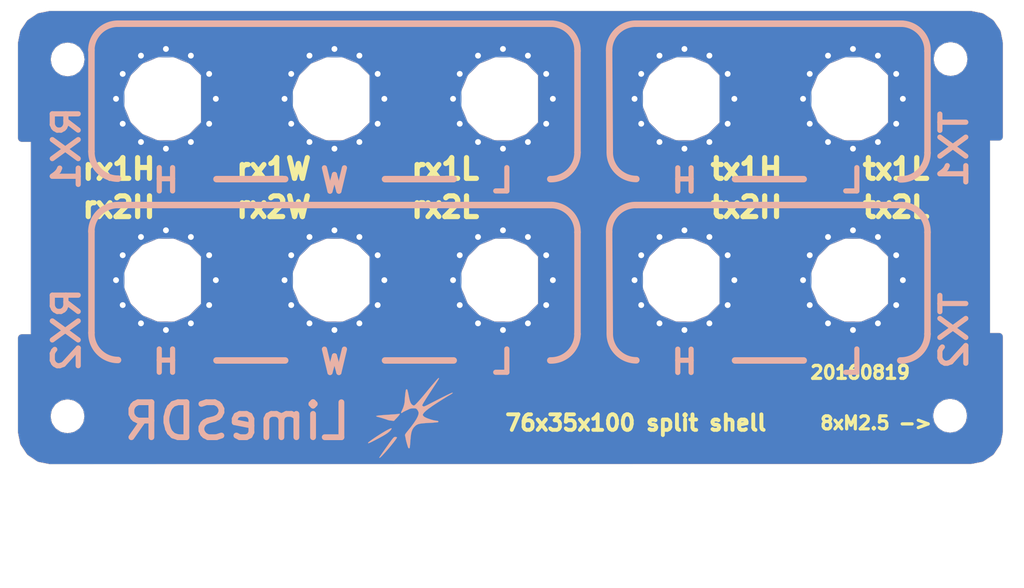
<source format=kicad_pcb>
(kicad_pcb (version 4) (host pcbnew "(2016-07-22 BZR 6991, Git 146a78a)-product")

  (general
    (links 119)
    (no_connects 0)
    (area 24.25 92.096854 103.250001 139.489065)
    (thickness 1.6)
    (drawings 207)
    (tracks 0)
    (zones 0)
    (modules 11)
    (nets 2)
  )

  (page A4)
  (layers
    (0 F.Cu signal)
    (31 B.Cu signal)
    (32 B.Adhes user hide)
    (33 F.Adhes user hide)
    (34 B.Paste user hide)
    (35 F.Paste user hide)
    (36 B.SilkS user hide)
    (37 F.SilkS user hide)
    (38 B.Mask user hide)
    (39 F.Mask user hide)
    (40 Dwgs.User user)
    (41 Cmts.User user hide)
    (42 Eco1.User user hide)
    (43 Eco2.User user hide)
    (44 Edge.Cuts user)
    (45 Margin user hide)
    (46 B.CrtYd user hide)
    (47 F.CrtYd user hide)
    (48 B.Fab user hide)
    (49 F.Fab user hide)
  )

  (setup
    (last_trace_width 0.25)
    (trace_clearance 0.2)
    (zone_clearance 0)
    (zone_45_only yes)
    (trace_min 0.2)
    (segment_width 0.2)
    (edge_width 0.02)
    (via_size 0.8)
    (via_drill 0.4)
    (via_min_size 0.4)
    (via_min_drill 0.3)
    (uvia_size 0.3)
    (uvia_drill 0.1)
    (uvias_allowed no)
    (uvia_min_size 0.2)
    (uvia_min_drill 0.1)
    (pcb_text_width 0.3)
    (pcb_text_size 1.5 1.5)
    (mod_edge_width 0.15)
    (mod_text_size 1 1)
    (mod_text_width 0.15)
    (pad_size 0.8 0.8)
    (pad_drill 0.45)
    (pad_to_mask_clearance 0)
    (aux_axis_origin 24.25 92.1)
    (grid_origin 24.25 92.1)
    (visible_elements 7FFFFFFF)
    (pcbplotparams
      (layerselection 0x010f0_ffffffff)
      (usegerberextensions true)
      (excludeedgelayer true)
      (linewidth 0.150000)
      (plotframeref false)
      (viasonmask false)
      (mode 1)
      (useauxorigin true)
      (hpglpennumber 1)
      (hpglpenspeed 20)
      (hpglpendiameter 15)
      (psnegative false)
      (psa4output false)
      (plotreference false)
      (plotvalue false)
      (plotinvisibletext false)
      (padsonsilk false)
      (subtractmaskfromsilk true)
      (outputformat 1)
      (mirror false)
      (drillshape 0)
      (scaleselection 1)
      (outputdirectory Gerber/20160819_front_panel/))
  )

  (net 0 "")
  (net 1 GND)

  (net_class Default "This is the default net class."
    (clearance 0.2)
    (trace_width 0.25)
    (via_dia 0.8)
    (via_drill 0.4)
    (uvia_dia 0.3)
    (uvia_drill 0.1)
    (add_net GND)
  )

  (module Ohisja:SMA_test1 (layer B.Cu) (tedit 57AB487E) (tstamp 57ABA22E)
    (at 90.05 113.73 180)
    (fp_text reference REF** (at 0 -7.7 180) (layer Dwgs.User)
      (effects (font (size 1 1) (thickness 0.15)))
    )
    (fp_text value 2 (at 0 -6.7 180) (layer B.Fab)
      (effects (font (size 1 1) (thickness 0.15)) (justify mirror))
    )
    (fp_circle (center 0 0) (end 2.66 0) (layer B.Mask) (width 3))
    (fp_arc (start 0 0) (end -2.7 1.81) (angle -292.3265473) (layer Edge.Cuts) (width 0.02))
    (fp_circle (center 0 0) (end 6.25 0) (layer Dwgs.User) (width 0.15))
    (fp_line (start 0.2 -0.2) (end -0.2 0.2) (layer Dwgs.User) (width 0.15))
    (fp_line (start -0.2 -0.2) (end 0.2 0.2) (layer Dwgs.User) (width 0.15))
    (fp_line (start 4 -2.1) (end 4 2.1) (layer Dwgs.User) (width 0.15))
    (fp_line (start 0 -4.5) (end 4 -2.1) (layer Dwgs.User) (width 0.15))
    (fp_line (start -4 -2.1) (end 0 -4.5) (layer Dwgs.User) (width 0.15))
    (fp_line (start -4 2.1) (end -4 -2.1) (layer Dwgs.User) (width 0.15))
    (fp_line (start 0 4.5) (end -4 2.1) (layer Dwgs.User) (width 0.15))
    (fp_line (start 4 2.1) (end 0 4.5) (layer Dwgs.User) (width 0.15))
    (fp_line (start -2.7 1.81) (end -2.7 -1.81) (layer Edge.Cuts) (width 0.02))
    (fp_circle (center 0 0) (end 4.5 0) (layer Dwgs.User) (width 0.15))
    (fp_circle (center 0 0) (end 3.25 0) (layer Dwgs.User) (width 0.15))
    (fp_line (start -2.93 1.84) (end -2.93 -1.85) (layer B.Mask) (width 0.7))
    (fp_circle (center 0 0) (end 3.83 0) (layer B.Mask) (width 1.35))
    (fp_line (start -2.92 1.98) (end -2.92 -1.99) (layer F.Mask) (width 0.7))
    (fp_circle (center 0 0) (end 3.83 0) (layer F.Mask) (width 1.35))
    (fp_circle (center 0 0) (end 2.66 0) (layer F.Mask) (width 3))
    (pad 1 thru_hole circle (at 3.85 0 270) (size 0.8 0.8) (drill 0.45) (layers *.Cu)
      (net 1 GND))
    (pad 1 thru_hole circle (at 3.334198 1.925 240) (size 0.8 0.8) (drill 0.45) (layers *.Cu)
      (net 1 GND))
    (pad 1 thru_hole circle (at 1.925 3.334198 210) (size 0.8 0.8) (drill 0.45) (layers *.Cu)
      (net 1 GND))
    (pad 1 thru_hole circle (at 0 3.85 180) (size 0.8 0.8) (drill 0.45) (layers *.Cu)
      (net 1 GND))
    (pad 1 thru_hole circle (at -1.925 3.334198 150) (size 0.8 0.8) (drill 0.45) (layers *.Cu)
      (net 1 GND))
    (pad 1 thru_hole circle (at -3.334198 1.925 120) (size 0.8 0.8) (drill 0.45) (layers *.Cu)
      (net 1 GND))
    (pad 1 thru_hole circle (at -3.85 0 90) (size 0.8 0.8) (drill 0.45) (layers *.Cu)
      (net 1 GND))
    (pad 1 thru_hole circle (at -3.334198 -1.925 60) (size 0.8 0.8) (drill 0.45) (layers *.Cu)
      (net 1 GND))
    (pad 1 thru_hole circle (at -1.925 -3.334198 30) (size 0.8 0.8) (drill 0.45) (layers *.Cu)
      (net 1 GND))
    (pad 1 thru_hole circle (at 0 -3.85) (size 0.8 0.8) (drill 0.45) (layers *.Cu)
      (net 1 GND))
    (pad 1 thru_hole circle (at 1.925 -3.334198 330) (size 0.8 0.8) (drill 0.45) (layers *.Cu)
      (net 1 GND))
    (pad 1 thru_hole circle (at 3.334198 -1.925 300) (size 0.8 0.8) (drill 0.45) (layers *.Cu)
      (net 1 GND))
    (model D:/Dropbox/Projekti/Ohisja/sma.wrl
      (at (xyz 0 -0.02559055118110237 -0.1377952755905512))
      (scale (xyz 0.3937 0.3937 0.3937))
      (rotate (xyz 0 0 0))
    )
  )

  (module Ohisja:SMA_test1 (layer B.Cu) (tedit 57AB487E) (tstamp 57ABA20C)
    (at 77.05 113.73 180)
    (fp_text reference REF** (at 0 -7.7 180) (layer Dwgs.User)
      (effects (font (size 1 1) (thickness 0.15)))
    )
    (fp_text value 2 (at 0 -6.7 180) (layer B.Fab)
      (effects (font (size 1 1) (thickness 0.15)) (justify mirror))
    )
    (fp_circle (center 0 0) (end 2.66 0) (layer B.Mask) (width 3))
    (fp_arc (start 0 0) (end -2.7 1.81) (angle -292.3265473) (layer Edge.Cuts) (width 0.02))
    (fp_circle (center 0 0) (end 6.25 0) (layer Dwgs.User) (width 0.15))
    (fp_line (start 0.2 -0.2) (end -0.2 0.2) (layer Dwgs.User) (width 0.15))
    (fp_line (start -0.2 -0.2) (end 0.2 0.2) (layer Dwgs.User) (width 0.15))
    (fp_line (start 4 -2.1) (end 4 2.1) (layer Dwgs.User) (width 0.15))
    (fp_line (start 0 -4.5) (end 4 -2.1) (layer Dwgs.User) (width 0.15))
    (fp_line (start -4 -2.1) (end 0 -4.5) (layer Dwgs.User) (width 0.15))
    (fp_line (start -4 2.1) (end -4 -2.1) (layer Dwgs.User) (width 0.15))
    (fp_line (start 0 4.5) (end -4 2.1) (layer Dwgs.User) (width 0.15))
    (fp_line (start 4 2.1) (end 0 4.5) (layer Dwgs.User) (width 0.15))
    (fp_line (start -2.7 1.81) (end -2.7 -1.81) (layer Edge.Cuts) (width 0.02))
    (fp_circle (center 0 0) (end 4.5 0) (layer Dwgs.User) (width 0.15))
    (fp_circle (center 0 0) (end 3.25 0) (layer Dwgs.User) (width 0.15))
    (fp_line (start -2.93 1.84) (end -2.93 -1.85) (layer B.Mask) (width 0.7))
    (fp_circle (center 0 0) (end 3.83 0) (layer B.Mask) (width 1.35))
    (fp_line (start -2.92 1.98) (end -2.92 -1.99) (layer F.Mask) (width 0.7))
    (fp_circle (center 0 0) (end 3.83 0) (layer F.Mask) (width 1.35))
    (fp_circle (center 0 0) (end 2.66 0) (layer F.Mask) (width 3))
    (pad 1 thru_hole circle (at 3.85 0 270) (size 0.8 0.8) (drill 0.45) (layers *.Cu)
      (net 1 GND))
    (pad 1 thru_hole circle (at 3.334198 1.925 240) (size 0.8 0.8) (drill 0.45) (layers *.Cu)
      (net 1 GND))
    (pad 1 thru_hole circle (at 1.925 3.334198 210) (size 0.8 0.8) (drill 0.45) (layers *.Cu)
      (net 1 GND))
    (pad 1 thru_hole circle (at 0 3.85 180) (size 0.8 0.8) (drill 0.45) (layers *.Cu)
      (net 1 GND))
    (pad 1 thru_hole circle (at -1.925 3.334198 150) (size 0.8 0.8) (drill 0.45) (layers *.Cu)
      (net 1 GND))
    (pad 1 thru_hole circle (at -3.334198 1.925 120) (size 0.8 0.8) (drill 0.45) (layers *.Cu)
      (net 1 GND))
    (pad 1 thru_hole circle (at -3.85 0 90) (size 0.8 0.8) (drill 0.45) (layers *.Cu)
      (net 1 GND))
    (pad 1 thru_hole circle (at -3.334198 -1.925 60) (size 0.8 0.8) (drill 0.45) (layers *.Cu)
      (net 1 GND))
    (pad 1 thru_hole circle (at -1.925 -3.334198 30) (size 0.8 0.8) (drill 0.45) (layers *.Cu)
      (net 1 GND))
    (pad 1 thru_hole circle (at 0 -3.85) (size 0.8 0.8) (drill 0.45) (layers *.Cu)
      (net 1 GND))
    (pad 1 thru_hole circle (at 1.925 -3.334198 330) (size 0.8 0.8) (drill 0.45) (layers *.Cu)
      (net 1 GND))
    (pad 1 thru_hole circle (at 3.334198 -1.925 300) (size 0.8 0.8) (drill 0.45) (layers *.Cu)
      (net 1 GND))
    (model D:/Dropbox/Projekti/Ohisja/sma.wrl
      (at (xyz 0 -0.02559055118110237 -0.1377952755905512))
      (scale (xyz 0.3937 0.3937 0.3937))
      (rotate (xyz 0 0 0))
    )
  )

  (module Ohisja:SMA_test1 (layer B.Cu) (tedit 57AB487E) (tstamp 57ABA1EA)
    (at 90.05 99.73 180)
    (fp_text reference REF** (at 0 -7.7 180) (layer Dwgs.User)
      (effects (font (size 1 1) (thickness 0.15)))
    )
    (fp_text value 2 (at 0 -6.7 180) (layer B.Fab)
      (effects (font (size 1 1) (thickness 0.15)) (justify mirror))
    )
    (fp_circle (center 0 0) (end 2.66 0) (layer B.Mask) (width 3))
    (fp_arc (start 0 0) (end -2.7 1.81) (angle -292.3265473) (layer Edge.Cuts) (width 0.02))
    (fp_circle (center 0 0) (end 6.25 0) (layer Dwgs.User) (width 0.15))
    (fp_line (start 0.2 -0.2) (end -0.2 0.2) (layer Dwgs.User) (width 0.15))
    (fp_line (start -0.2 -0.2) (end 0.2 0.2) (layer Dwgs.User) (width 0.15))
    (fp_line (start 4 -2.1) (end 4 2.1) (layer Dwgs.User) (width 0.15))
    (fp_line (start 0 -4.5) (end 4 -2.1) (layer Dwgs.User) (width 0.15))
    (fp_line (start -4 -2.1) (end 0 -4.5) (layer Dwgs.User) (width 0.15))
    (fp_line (start -4 2.1) (end -4 -2.1) (layer Dwgs.User) (width 0.15))
    (fp_line (start 0 4.5) (end -4 2.1) (layer Dwgs.User) (width 0.15))
    (fp_line (start 4 2.1) (end 0 4.5) (layer Dwgs.User) (width 0.15))
    (fp_line (start -2.7 1.81) (end -2.7 -1.81) (layer Edge.Cuts) (width 0.02))
    (fp_circle (center 0 0) (end 4.5 0) (layer Dwgs.User) (width 0.15))
    (fp_circle (center 0 0) (end 3.25 0) (layer Dwgs.User) (width 0.15))
    (fp_line (start -2.93 1.84) (end -2.93 -1.85) (layer B.Mask) (width 0.7))
    (fp_circle (center 0 0) (end 3.83 0) (layer B.Mask) (width 1.35))
    (fp_line (start -2.92 1.98) (end -2.92 -1.99) (layer F.Mask) (width 0.7))
    (fp_circle (center 0 0) (end 3.83 0) (layer F.Mask) (width 1.35))
    (fp_circle (center 0 0) (end 2.66 0) (layer F.Mask) (width 3))
    (pad 1 thru_hole circle (at 3.85 0 270) (size 0.8 0.8) (drill 0.45) (layers *.Cu)
      (net 1 GND))
    (pad 1 thru_hole circle (at 3.334198 1.925 240) (size 0.8 0.8) (drill 0.45) (layers *.Cu)
      (net 1 GND))
    (pad 1 thru_hole circle (at 1.925 3.334198 210) (size 0.8 0.8) (drill 0.45) (layers *.Cu)
      (net 1 GND))
    (pad 1 thru_hole circle (at 0 3.85 180) (size 0.8 0.8) (drill 0.45) (layers *.Cu)
      (net 1 GND))
    (pad 1 thru_hole circle (at -1.925 3.334198 150) (size 0.8 0.8) (drill 0.45) (layers *.Cu)
      (net 1 GND))
    (pad 1 thru_hole circle (at -3.334198 1.925 120) (size 0.8 0.8) (drill 0.45) (layers *.Cu)
      (net 1 GND))
    (pad 1 thru_hole circle (at -3.85 0 90) (size 0.8 0.8) (drill 0.45) (layers *.Cu)
      (net 1 GND))
    (pad 1 thru_hole circle (at -3.334198 -1.925 60) (size 0.8 0.8) (drill 0.45) (layers *.Cu)
      (net 1 GND))
    (pad 1 thru_hole circle (at -1.925 -3.334198 30) (size 0.8 0.8) (drill 0.45) (layers *.Cu)
      (net 1 GND))
    (pad 1 thru_hole circle (at 0 -3.85) (size 0.8 0.8) (drill 0.45) (layers *.Cu)
      (net 1 GND))
    (pad 1 thru_hole circle (at 1.925 -3.334198 330) (size 0.8 0.8) (drill 0.45) (layers *.Cu)
      (net 1 GND))
    (pad 1 thru_hole circle (at 3.334198 -1.925 300) (size 0.8 0.8) (drill 0.45) (layers *.Cu)
      (net 1 GND))
    (model D:/Dropbox/Projekti/Ohisja/sma.wrl
      (at (xyz 0 -0.02559055118110237 -0.1377952755905512))
      (scale (xyz 0.3937 0.3937 0.3937))
      (rotate (xyz 0 0 0))
    )
  )

  (module Ohisja:SMA_test1 (layer B.Cu) (tedit 57AB487E) (tstamp 57ABA1AE)
    (at 77.05 99.73 180)
    (fp_text reference REF** (at 0 -7.7 180) (layer Dwgs.User)
      (effects (font (size 1 1) (thickness 0.15)))
    )
    (fp_text value 2 (at 0 -6.7 180) (layer B.Fab)
      (effects (font (size 1 1) (thickness 0.15)) (justify mirror))
    )
    (fp_circle (center 0 0) (end 2.66 0) (layer B.Mask) (width 3))
    (fp_arc (start 0 0) (end -2.7 1.81) (angle -292.3265473) (layer Edge.Cuts) (width 0.02))
    (fp_circle (center 0 0) (end 6.25 0) (layer Dwgs.User) (width 0.15))
    (fp_line (start 0.2 -0.2) (end -0.2 0.2) (layer Dwgs.User) (width 0.15))
    (fp_line (start -0.2 -0.2) (end 0.2 0.2) (layer Dwgs.User) (width 0.15))
    (fp_line (start 4 -2.1) (end 4 2.1) (layer Dwgs.User) (width 0.15))
    (fp_line (start 0 -4.5) (end 4 -2.1) (layer Dwgs.User) (width 0.15))
    (fp_line (start -4 -2.1) (end 0 -4.5) (layer Dwgs.User) (width 0.15))
    (fp_line (start -4 2.1) (end -4 -2.1) (layer Dwgs.User) (width 0.15))
    (fp_line (start 0 4.5) (end -4 2.1) (layer Dwgs.User) (width 0.15))
    (fp_line (start 4 2.1) (end 0 4.5) (layer Dwgs.User) (width 0.15))
    (fp_line (start -2.7 1.81) (end -2.7 -1.81) (layer Edge.Cuts) (width 0.02))
    (fp_circle (center 0 0) (end 4.5 0) (layer Dwgs.User) (width 0.15))
    (fp_circle (center 0 0) (end 3.25 0) (layer Dwgs.User) (width 0.15))
    (fp_line (start -2.93 1.84) (end -2.93 -1.85) (layer B.Mask) (width 0.7))
    (fp_circle (center 0 0) (end 3.83 0) (layer B.Mask) (width 1.35))
    (fp_line (start -2.92 1.98) (end -2.92 -1.99) (layer F.Mask) (width 0.7))
    (fp_circle (center 0 0) (end 3.83 0) (layer F.Mask) (width 1.35))
    (fp_circle (center 0 0) (end 2.66 0) (layer F.Mask) (width 3))
    (pad 1 thru_hole circle (at 3.85 0 270) (size 0.8 0.8) (drill 0.45) (layers *.Cu)
      (net 1 GND))
    (pad 1 thru_hole circle (at 3.334198 1.925 240) (size 0.8 0.8) (drill 0.45) (layers *.Cu)
      (net 1 GND))
    (pad 1 thru_hole circle (at 1.925 3.334198 210) (size 0.8 0.8) (drill 0.45) (layers *.Cu)
      (net 1 GND))
    (pad 1 thru_hole circle (at 0 3.85 180) (size 0.8 0.8) (drill 0.45) (layers *.Cu)
      (net 1 GND))
    (pad 1 thru_hole circle (at -1.925 3.334198 150) (size 0.8 0.8) (drill 0.45) (layers *.Cu)
      (net 1 GND))
    (pad 1 thru_hole circle (at -3.334198 1.925 120) (size 0.8 0.8) (drill 0.45) (layers *.Cu)
      (net 1 GND))
    (pad 1 thru_hole circle (at -3.85 0 90) (size 0.8 0.8) (drill 0.45) (layers *.Cu)
      (net 1 GND))
    (pad 1 thru_hole circle (at -3.334198 -1.925 60) (size 0.8 0.8) (drill 0.45) (layers *.Cu)
      (net 1 GND))
    (pad 1 thru_hole circle (at -1.925 -3.334198 30) (size 0.8 0.8) (drill 0.45) (layers *.Cu)
      (net 1 GND))
    (pad 1 thru_hole circle (at 0 -3.85) (size 0.8 0.8) (drill 0.45) (layers *.Cu)
      (net 1 GND))
    (pad 1 thru_hole circle (at 1.925 -3.334198 330) (size 0.8 0.8) (drill 0.45) (layers *.Cu)
      (net 1 GND))
    (pad 1 thru_hole circle (at 3.334198 -1.925 300) (size 0.8 0.8) (drill 0.45) (layers *.Cu)
      (net 1 GND))
    (model D:/Dropbox/Projekti/Ohisja/sma.wrl
      (at (xyz 0 -0.02559055118110237 -0.1377952755905512))
      (scale (xyz 0.3937 0.3937 0.3937))
      (rotate (xyz 0 0 0))
    )
  )

  (module Ohisja:SMA_test1 (layer B.Cu) (tedit 57AB487E) (tstamp 57AB9FF5)
    (at 63.05 113.73 180)
    (fp_text reference REF** (at 0 -7.7 180) (layer Dwgs.User)
      (effects (font (size 1 1) (thickness 0.15)))
    )
    (fp_text value 2 (at 0 -6.7 180) (layer B.Fab)
      (effects (font (size 1 1) (thickness 0.15)) (justify mirror))
    )
    (fp_circle (center 0 0) (end 2.66 0) (layer B.Mask) (width 3))
    (fp_arc (start 0 0) (end -2.7 1.81) (angle -292.3265473) (layer Edge.Cuts) (width 0.02))
    (fp_circle (center 0 0) (end 6.25 0) (layer Dwgs.User) (width 0.15))
    (fp_line (start 0.2 -0.2) (end -0.2 0.2) (layer Dwgs.User) (width 0.15))
    (fp_line (start -0.2 -0.2) (end 0.2 0.2) (layer Dwgs.User) (width 0.15))
    (fp_line (start 4 -2.1) (end 4 2.1) (layer Dwgs.User) (width 0.15))
    (fp_line (start 0 -4.5) (end 4 -2.1) (layer Dwgs.User) (width 0.15))
    (fp_line (start -4 -2.1) (end 0 -4.5) (layer Dwgs.User) (width 0.15))
    (fp_line (start -4 2.1) (end -4 -2.1) (layer Dwgs.User) (width 0.15))
    (fp_line (start 0 4.5) (end -4 2.1) (layer Dwgs.User) (width 0.15))
    (fp_line (start 4 2.1) (end 0 4.5) (layer Dwgs.User) (width 0.15))
    (fp_line (start -2.7 1.81) (end -2.7 -1.81) (layer Edge.Cuts) (width 0.02))
    (fp_circle (center 0 0) (end 4.5 0) (layer Dwgs.User) (width 0.15))
    (fp_circle (center 0 0) (end 3.25 0) (layer Dwgs.User) (width 0.15))
    (fp_line (start -2.93 1.84) (end -2.93 -1.85) (layer B.Mask) (width 0.7))
    (fp_circle (center 0 0) (end 3.83 0) (layer B.Mask) (width 1.35))
    (fp_line (start -2.92 1.98) (end -2.92 -1.99) (layer F.Mask) (width 0.7))
    (fp_circle (center 0 0) (end 3.83 0) (layer F.Mask) (width 1.35))
    (fp_circle (center 0 0) (end 2.66 0) (layer F.Mask) (width 3))
    (pad 1 thru_hole circle (at 3.85 0 270) (size 0.8 0.8) (drill 0.45) (layers *.Cu)
      (net 1 GND))
    (pad 1 thru_hole circle (at 3.334198 1.925 240) (size 0.8 0.8) (drill 0.45) (layers *.Cu)
      (net 1 GND))
    (pad 1 thru_hole circle (at 1.925 3.334198 210) (size 0.8 0.8) (drill 0.45) (layers *.Cu)
      (net 1 GND))
    (pad 1 thru_hole circle (at 0 3.85 180) (size 0.8 0.8) (drill 0.45) (layers *.Cu)
      (net 1 GND))
    (pad 1 thru_hole circle (at -1.925 3.334198 150) (size 0.8 0.8) (drill 0.45) (layers *.Cu)
      (net 1 GND))
    (pad 1 thru_hole circle (at -3.334198 1.925 120) (size 0.8 0.8) (drill 0.45) (layers *.Cu)
      (net 1 GND))
    (pad 1 thru_hole circle (at -3.85 0 90) (size 0.8 0.8) (drill 0.45) (layers *.Cu)
      (net 1 GND))
    (pad 1 thru_hole circle (at -3.334198 -1.925 60) (size 0.8 0.8) (drill 0.45) (layers *.Cu)
      (net 1 GND))
    (pad 1 thru_hole circle (at -1.925 -3.334198 30) (size 0.8 0.8) (drill 0.45) (layers *.Cu)
      (net 1 GND))
    (pad 1 thru_hole circle (at 0 -3.85) (size 0.8 0.8) (drill 0.45) (layers *.Cu)
      (net 1 GND))
    (pad 1 thru_hole circle (at 1.925 -3.334198 330) (size 0.8 0.8) (drill 0.45) (layers *.Cu)
      (net 1 GND))
    (pad 1 thru_hole circle (at 3.334198 -1.925 300) (size 0.8 0.8) (drill 0.45) (layers *.Cu)
      (net 1 GND))
    (model D:/Dropbox/Projekti/Ohisja/sma.wrl
      (at (xyz 0 -0.02559055118110237 -0.1377952755905512))
      (scale (xyz 0.3937 0.3937 0.3937))
      (rotate (xyz 0 0 0))
    )
  )

  (module Ohisja:SMA_test1 (layer B.Cu) (tedit 57AB487E) (tstamp 57AB9FD3)
    (at 50.05 113.73 180)
    (fp_text reference REF** (at 0 -7.7 180) (layer Dwgs.User)
      (effects (font (size 1 1) (thickness 0.15)))
    )
    (fp_text value 2 (at 0 -6.7 180) (layer B.Fab)
      (effects (font (size 1 1) (thickness 0.15)) (justify mirror))
    )
    (fp_circle (center 0 0) (end 2.66 0) (layer B.Mask) (width 3))
    (fp_arc (start 0 0) (end -2.7 1.81) (angle -292.3265473) (layer Edge.Cuts) (width 0.02))
    (fp_circle (center 0 0) (end 6.25 0) (layer Dwgs.User) (width 0.15))
    (fp_line (start 0.2 -0.2) (end -0.2 0.2) (layer Dwgs.User) (width 0.15))
    (fp_line (start -0.2 -0.2) (end 0.2 0.2) (layer Dwgs.User) (width 0.15))
    (fp_line (start 4 -2.1) (end 4 2.1) (layer Dwgs.User) (width 0.15))
    (fp_line (start 0 -4.5) (end 4 -2.1) (layer Dwgs.User) (width 0.15))
    (fp_line (start -4 -2.1) (end 0 -4.5) (layer Dwgs.User) (width 0.15))
    (fp_line (start -4 2.1) (end -4 -2.1) (layer Dwgs.User) (width 0.15))
    (fp_line (start 0 4.5) (end -4 2.1) (layer Dwgs.User) (width 0.15))
    (fp_line (start 4 2.1) (end 0 4.5) (layer Dwgs.User) (width 0.15))
    (fp_line (start -2.7 1.81) (end -2.7 -1.81) (layer Edge.Cuts) (width 0.02))
    (fp_circle (center 0 0) (end 4.5 0) (layer Dwgs.User) (width 0.15))
    (fp_circle (center 0 0) (end 3.25 0) (layer Dwgs.User) (width 0.15))
    (fp_line (start -2.93 1.84) (end -2.93 -1.85) (layer B.Mask) (width 0.7))
    (fp_circle (center 0 0) (end 3.83 0) (layer B.Mask) (width 1.35))
    (fp_line (start -2.92 1.98) (end -2.92 -1.99) (layer F.Mask) (width 0.7))
    (fp_circle (center 0 0) (end 3.83 0) (layer F.Mask) (width 1.35))
    (fp_circle (center 0 0) (end 2.66 0) (layer F.Mask) (width 3))
    (pad 1 thru_hole circle (at 3.85 0 270) (size 0.8 0.8) (drill 0.45) (layers *.Cu)
      (net 1 GND))
    (pad 1 thru_hole circle (at 3.334198 1.925 240) (size 0.8 0.8) (drill 0.45) (layers *.Cu)
      (net 1 GND))
    (pad 1 thru_hole circle (at 1.925 3.334198 210) (size 0.8 0.8) (drill 0.45) (layers *.Cu)
      (net 1 GND))
    (pad 1 thru_hole circle (at 0 3.85 180) (size 0.8 0.8) (drill 0.45) (layers *.Cu)
      (net 1 GND))
    (pad 1 thru_hole circle (at -1.925 3.334198 150) (size 0.8 0.8) (drill 0.45) (layers *.Cu)
      (net 1 GND))
    (pad 1 thru_hole circle (at -3.334198 1.925 120) (size 0.8 0.8) (drill 0.45) (layers *.Cu)
      (net 1 GND))
    (pad 1 thru_hole circle (at -3.85 0 90) (size 0.8 0.8) (drill 0.45) (layers *.Cu)
      (net 1 GND))
    (pad 1 thru_hole circle (at -3.334198 -1.925 60) (size 0.8 0.8) (drill 0.45) (layers *.Cu)
      (net 1 GND))
    (pad 1 thru_hole circle (at -1.925 -3.334198 30) (size 0.8 0.8) (drill 0.45) (layers *.Cu)
      (net 1 GND))
    (pad 1 thru_hole circle (at 0 -3.85) (size 0.8 0.8) (drill 0.45) (layers *.Cu)
      (net 1 GND))
    (pad 1 thru_hole circle (at 1.925 -3.334198 330) (size 0.8 0.8) (drill 0.45) (layers *.Cu)
      (net 1 GND))
    (pad 1 thru_hole circle (at 3.334198 -1.925 300) (size 0.8 0.8) (drill 0.45) (layers *.Cu)
      (net 1 GND))
    (model D:/Dropbox/Projekti/Ohisja/sma.wrl
      (at (xyz 0 -0.02559055118110237 -0.1377952755905512))
      (scale (xyz 0.3937 0.3937 0.3937))
      (rotate (xyz 0 0 0))
    )
  )

  (module Ohisja:SMA_test1 (layer B.Cu) (tedit 57AB487E) (tstamp 57AB9FB1)
    (at 37.05 113.73 180)
    (fp_text reference REF** (at 0 -7.7 180) (layer Dwgs.User)
      (effects (font (size 1 1) (thickness 0.15)))
    )
    (fp_text value 2 (at 0 -6.7 180) (layer B.Fab)
      (effects (font (size 1 1) (thickness 0.15)) (justify mirror))
    )
    (fp_circle (center 0 0) (end 2.66 0) (layer B.Mask) (width 3))
    (fp_arc (start 0 0) (end -2.7 1.81) (angle -292.3265473) (layer Edge.Cuts) (width 0.02))
    (fp_circle (center 0 0) (end 6.25 0) (layer Dwgs.User) (width 0.15))
    (fp_line (start 0.2 -0.2) (end -0.2 0.2) (layer Dwgs.User) (width 0.15))
    (fp_line (start -0.2 -0.2) (end 0.2 0.2) (layer Dwgs.User) (width 0.15))
    (fp_line (start 4 -2.1) (end 4 2.1) (layer Dwgs.User) (width 0.15))
    (fp_line (start 0 -4.5) (end 4 -2.1) (layer Dwgs.User) (width 0.15))
    (fp_line (start -4 -2.1) (end 0 -4.5) (layer Dwgs.User) (width 0.15))
    (fp_line (start -4 2.1) (end -4 -2.1) (layer Dwgs.User) (width 0.15))
    (fp_line (start 0 4.5) (end -4 2.1) (layer Dwgs.User) (width 0.15))
    (fp_line (start 4 2.1) (end 0 4.5) (layer Dwgs.User) (width 0.15))
    (fp_line (start -2.7 1.81) (end -2.7 -1.81) (layer Edge.Cuts) (width 0.02))
    (fp_circle (center 0 0) (end 4.5 0) (layer Dwgs.User) (width 0.15))
    (fp_circle (center 0 0) (end 3.25 0) (layer Dwgs.User) (width 0.15))
    (fp_line (start -2.93 1.84) (end -2.93 -1.85) (layer B.Mask) (width 0.7))
    (fp_circle (center 0 0) (end 3.83 0) (layer B.Mask) (width 1.35))
    (fp_line (start -2.92 1.98) (end -2.92 -1.99) (layer F.Mask) (width 0.7))
    (fp_circle (center 0 0) (end 3.83 0) (layer F.Mask) (width 1.35))
    (fp_circle (center 0 0) (end 2.66 0) (layer F.Mask) (width 3))
    (pad 1 thru_hole circle (at 3.85 0 270) (size 0.8 0.8) (drill 0.45) (layers *.Cu)
      (net 1 GND))
    (pad 1 thru_hole circle (at 3.334198 1.925 240) (size 0.8 0.8) (drill 0.45) (layers *.Cu)
      (net 1 GND))
    (pad 1 thru_hole circle (at 1.925 3.334198 210) (size 0.8 0.8) (drill 0.45) (layers *.Cu)
      (net 1 GND))
    (pad 1 thru_hole circle (at 0 3.85 180) (size 0.8 0.8) (drill 0.45) (layers *.Cu)
      (net 1 GND))
    (pad 1 thru_hole circle (at -1.925 3.334198 150) (size 0.8 0.8) (drill 0.45) (layers *.Cu)
      (net 1 GND))
    (pad 1 thru_hole circle (at -3.334198 1.925 120) (size 0.8 0.8) (drill 0.45) (layers *.Cu)
      (net 1 GND))
    (pad 1 thru_hole circle (at -3.85 0 90) (size 0.8 0.8) (drill 0.45) (layers *.Cu)
      (net 1 GND))
    (pad 1 thru_hole circle (at -3.334198 -1.925 60) (size 0.8 0.8) (drill 0.45) (layers *.Cu)
      (net 1 GND))
    (pad 1 thru_hole circle (at -1.925 -3.334198 30) (size 0.8 0.8) (drill 0.45) (layers *.Cu)
      (net 1 GND))
    (pad 1 thru_hole circle (at 0 -3.85) (size 0.8 0.8) (drill 0.45) (layers *.Cu)
      (net 1 GND))
    (pad 1 thru_hole circle (at 1.925 -3.334198 330) (size 0.8 0.8) (drill 0.45) (layers *.Cu)
      (net 1 GND))
    (pad 1 thru_hole circle (at 3.334198 -1.925 300) (size 0.8 0.8) (drill 0.45) (layers *.Cu)
      (net 1 GND))
    (model D:/Dropbox/Projekti/Ohisja/sma.wrl
      (at (xyz 0 -0.02559055118110237 -0.1377952755905512))
      (scale (xyz 0.3937 0.3937 0.3937))
      (rotate (xyz 0 0 0))
    )
  )

  (module Ohisja:SMA_test1 (layer B.Cu) (tedit 57AB487E) (tstamp 57AB9F8F)
    (at 63.05 99.73 180)
    (fp_text reference REF** (at 0 -7.7 180) (layer Dwgs.User)
      (effects (font (size 1 1) (thickness 0.15)))
    )
    (fp_text value 2 (at 0 -6.7 180) (layer B.Fab)
      (effects (font (size 1 1) (thickness 0.15)) (justify mirror))
    )
    (fp_circle (center 0 0) (end 2.66 0) (layer B.Mask) (width 3))
    (fp_arc (start 0 0) (end -2.7 1.81) (angle -292.3265473) (layer Edge.Cuts) (width 0.02))
    (fp_circle (center 0 0) (end 6.25 0) (layer Dwgs.User) (width 0.15))
    (fp_line (start 0.2 -0.2) (end -0.2 0.2) (layer Dwgs.User) (width 0.15))
    (fp_line (start -0.2 -0.2) (end 0.2 0.2) (layer Dwgs.User) (width 0.15))
    (fp_line (start 4 -2.1) (end 4 2.1) (layer Dwgs.User) (width 0.15))
    (fp_line (start 0 -4.5) (end 4 -2.1) (layer Dwgs.User) (width 0.15))
    (fp_line (start -4 -2.1) (end 0 -4.5) (layer Dwgs.User) (width 0.15))
    (fp_line (start -4 2.1) (end -4 -2.1) (layer Dwgs.User) (width 0.15))
    (fp_line (start 0 4.5) (end -4 2.1) (layer Dwgs.User) (width 0.15))
    (fp_line (start 4 2.1) (end 0 4.5) (layer Dwgs.User) (width 0.15))
    (fp_line (start -2.7 1.81) (end -2.7 -1.81) (layer Edge.Cuts) (width 0.02))
    (fp_circle (center 0 0) (end 4.5 0) (layer Dwgs.User) (width 0.15))
    (fp_circle (center 0 0) (end 3.25 0) (layer Dwgs.User) (width 0.15))
    (fp_line (start -2.93 1.84) (end -2.93 -1.85) (layer B.Mask) (width 0.7))
    (fp_circle (center 0 0) (end 3.83 0) (layer B.Mask) (width 1.35))
    (fp_line (start -2.92 1.98) (end -2.92 -1.99) (layer F.Mask) (width 0.7))
    (fp_circle (center 0 0) (end 3.83 0) (layer F.Mask) (width 1.35))
    (fp_circle (center 0 0) (end 2.66 0) (layer F.Mask) (width 3))
    (pad 1 thru_hole circle (at 3.85 0 270) (size 0.8 0.8) (drill 0.45) (layers *.Cu)
      (net 1 GND))
    (pad 1 thru_hole circle (at 3.334198 1.925 240) (size 0.8 0.8) (drill 0.45) (layers *.Cu)
      (net 1 GND))
    (pad 1 thru_hole circle (at 1.925 3.334198 210) (size 0.8 0.8) (drill 0.45) (layers *.Cu)
      (net 1 GND))
    (pad 1 thru_hole circle (at 0 3.85 180) (size 0.8 0.8) (drill 0.45) (layers *.Cu)
      (net 1 GND))
    (pad 1 thru_hole circle (at -1.925 3.334198 150) (size 0.8 0.8) (drill 0.45) (layers *.Cu)
      (net 1 GND))
    (pad 1 thru_hole circle (at -3.334198 1.925 120) (size 0.8 0.8) (drill 0.45) (layers *.Cu)
      (net 1 GND))
    (pad 1 thru_hole circle (at -3.85 0 90) (size 0.8 0.8) (drill 0.45) (layers *.Cu)
      (net 1 GND))
    (pad 1 thru_hole circle (at -3.334198 -1.925 60) (size 0.8 0.8) (drill 0.45) (layers *.Cu)
      (net 1 GND))
    (pad 1 thru_hole circle (at -1.925 -3.334198 30) (size 0.8 0.8) (drill 0.45) (layers *.Cu)
      (net 1 GND))
    (pad 1 thru_hole circle (at 0 -3.85) (size 0.8 0.8) (drill 0.45) (layers *.Cu)
      (net 1 GND))
    (pad 1 thru_hole circle (at 1.925 -3.334198 330) (size 0.8 0.8) (drill 0.45) (layers *.Cu)
      (net 1 GND))
    (pad 1 thru_hole circle (at 3.334198 -1.925 300) (size 0.8 0.8) (drill 0.45) (layers *.Cu)
      (net 1 GND))
    (model D:/Dropbox/Projekti/Ohisja/sma.wrl
      (at (xyz 0 -0.02559055118110237 -0.1377952755905512))
      (scale (xyz 0.3937 0.3937 0.3937))
      (rotate (xyz 0 0 0))
    )
  )

  (module Ohisja:SMA_test1 (layer B.Cu) (tedit 57AB487E) (tstamp 57AB9F6D)
    (at 50.05 99.73 180)
    (fp_text reference REF** (at 0 -7.7 180) (layer Dwgs.User)
      (effects (font (size 1 1) (thickness 0.15)))
    )
    (fp_text value 2 (at 0 -6.7 180) (layer B.Fab)
      (effects (font (size 1 1) (thickness 0.15)) (justify mirror))
    )
    (fp_circle (center 0 0) (end 2.66 0) (layer B.Mask) (width 3))
    (fp_arc (start 0 0) (end -2.7 1.81) (angle -292.3265473) (layer Edge.Cuts) (width 0.02))
    (fp_circle (center 0 0) (end 6.25 0) (layer Dwgs.User) (width 0.15))
    (fp_line (start 0.2 -0.2) (end -0.2 0.2) (layer Dwgs.User) (width 0.15))
    (fp_line (start -0.2 -0.2) (end 0.2 0.2) (layer Dwgs.User) (width 0.15))
    (fp_line (start 4 -2.1) (end 4 2.1) (layer Dwgs.User) (width 0.15))
    (fp_line (start 0 -4.5) (end 4 -2.1) (layer Dwgs.User) (width 0.15))
    (fp_line (start -4 -2.1) (end 0 -4.5) (layer Dwgs.User) (width 0.15))
    (fp_line (start -4 2.1) (end -4 -2.1) (layer Dwgs.User) (width 0.15))
    (fp_line (start 0 4.5) (end -4 2.1) (layer Dwgs.User) (width 0.15))
    (fp_line (start 4 2.1) (end 0 4.5) (layer Dwgs.User) (width 0.15))
    (fp_line (start -2.7 1.81) (end -2.7 -1.81) (layer Edge.Cuts) (width 0.02))
    (fp_circle (center 0 0) (end 4.5 0) (layer Dwgs.User) (width 0.15))
    (fp_circle (center 0 0) (end 3.25 0) (layer Dwgs.User) (width 0.15))
    (fp_line (start -2.93 1.84) (end -2.93 -1.85) (layer B.Mask) (width 0.7))
    (fp_circle (center 0 0) (end 3.83 0) (layer B.Mask) (width 1.35))
    (fp_line (start -2.92 1.98) (end -2.92 -1.99) (layer F.Mask) (width 0.7))
    (fp_circle (center 0 0) (end 3.83 0) (layer F.Mask) (width 1.35))
    (fp_circle (center 0 0) (end 2.66 0) (layer F.Mask) (width 3))
    (pad 1 thru_hole circle (at 3.85 0 270) (size 0.8 0.8) (drill 0.45) (layers *.Cu)
      (net 1 GND))
    (pad 1 thru_hole circle (at 3.334198 1.925 240) (size 0.8 0.8) (drill 0.45) (layers *.Cu)
      (net 1 GND))
    (pad 1 thru_hole circle (at 1.925 3.334198 210) (size 0.8 0.8) (drill 0.45) (layers *.Cu)
      (net 1 GND))
    (pad 1 thru_hole circle (at 0 3.85 180) (size 0.8 0.8) (drill 0.45) (layers *.Cu)
      (net 1 GND))
    (pad 1 thru_hole circle (at -1.925 3.334198 150) (size 0.8 0.8) (drill 0.45) (layers *.Cu)
      (net 1 GND))
    (pad 1 thru_hole circle (at -3.334198 1.925 120) (size 0.8 0.8) (drill 0.45) (layers *.Cu)
      (net 1 GND))
    (pad 1 thru_hole circle (at -3.85 0 90) (size 0.8 0.8) (drill 0.45) (layers *.Cu)
      (net 1 GND))
    (pad 1 thru_hole circle (at -3.334198 -1.925 60) (size 0.8 0.8) (drill 0.45) (layers *.Cu)
      (net 1 GND))
    (pad 1 thru_hole circle (at -1.925 -3.334198 30) (size 0.8 0.8) (drill 0.45) (layers *.Cu)
      (net 1 GND))
    (pad 1 thru_hole circle (at 0 -3.85) (size 0.8 0.8) (drill 0.45) (layers *.Cu)
      (net 1 GND))
    (pad 1 thru_hole circle (at 1.925 -3.334198 330) (size 0.8 0.8) (drill 0.45) (layers *.Cu)
      (net 1 GND))
    (pad 1 thru_hole circle (at 3.334198 -1.925 300) (size 0.8 0.8) (drill 0.45) (layers *.Cu)
      (net 1 GND))
    (model D:/Dropbox/Projekti/Ohisja/sma.wrl
      (at (xyz 0 -0.02559055118110237 -0.1377952755905512))
      (scale (xyz 0.3937 0.3937 0.3937))
      (rotate (xyz 0 0 0))
    )
  )

  (module Ohisja:SMA_test1 (layer B.Cu) (tedit 57AB487E) (tstamp 57AB9EC0)
    (at 37.05 99.73 180)
    (fp_text reference REF** (at 0 -7.7 180) (layer Dwgs.User)
      (effects (font (size 1 1) (thickness 0.15)))
    )
    (fp_text value 2 (at 0 -6.7 180) (layer B.Fab)
      (effects (font (size 1 1) (thickness 0.15)) (justify mirror))
    )
    (fp_circle (center 0 0) (end 2.66 0) (layer B.Mask) (width 3))
    (fp_arc (start 0 0) (end -2.7 1.81) (angle -292.3265473) (layer Edge.Cuts) (width 0.02))
    (fp_circle (center 0 0) (end 6.25 0) (layer Dwgs.User) (width 0.15))
    (fp_line (start 0.2 -0.2) (end -0.2 0.2) (layer Dwgs.User) (width 0.15))
    (fp_line (start -0.2 -0.2) (end 0.2 0.2) (layer Dwgs.User) (width 0.15))
    (fp_line (start 4 -2.1) (end 4 2.1) (layer Dwgs.User) (width 0.15))
    (fp_line (start 0 -4.5) (end 4 -2.1) (layer Dwgs.User) (width 0.15))
    (fp_line (start -4 -2.1) (end 0 -4.5) (layer Dwgs.User) (width 0.15))
    (fp_line (start -4 2.1) (end -4 -2.1) (layer Dwgs.User) (width 0.15))
    (fp_line (start 0 4.5) (end -4 2.1) (layer Dwgs.User) (width 0.15))
    (fp_line (start 4 2.1) (end 0 4.5) (layer Dwgs.User) (width 0.15))
    (fp_line (start -2.7 1.81) (end -2.7 -1.81) (layer Edge.Cuts) (width 0.02))
    (fp_circle (center 0 0) (end 4.5 0) (layer Dwgs.User) (width 0.15))
    (fp_circle (center 0 0) (end 3.25 0) (layer Dwgs.User) (width 0.15))
    (fp_line (start -2.93 1.84) (end -2.93 -1.85) (layer B.Mask) (width 0.7))
    (fp_circle (center 0 0) (end 3.83 0) (layer B.Mask) (width 1.35))
    (fp_line (start -2.92 1.98) (end -2.92 -1.99) (layer F.Mask) (width 0.7))
    (fp_circle (center 0 0) (end 3.83 0) (layer F.Mask) (width 1.35))
    (fp_circle (center 0 0) (end 2.66 0) (layer F.Mask) (width 3))
    (pad 1 thru_hole circle (at 3.85 0 270) (size 0.8 0.8) (drill 0.45) (layers *.Cu)
      (net 1 GND))
    (pad 1 thru_hole circle (at 3.334198 1.925 240) (size 0.8 0.8) (drill 0.45) (layers *.Cu)
      (net 1 GND))
    (pad 1 thru_hole circle (at 1.925 3.334198 210) (size 0.8 0.8) (drill 0.45) (layers *.Cu)
      (net 1 GND))
    (pad 1 thru_hole circle (at 0 3.85 180) (size 0.8 0.8) (drill 0.45) (layers *.Cu)
      (net 1 GND))
    (pad 1 thru_hole circle (at -1.925 3.334198 150) (size 0.8 0.8) (drill 0.45) (layers *.Cu)
      (net 1 GND))
    (pad 1 thru_hole circle (at -3.334198 1.925 120) (size 0.8 0.8) (drill 0.45) (layers *.Cu)
      (net 1 GND))
    (pad 1 thru_hole circle (at -3.85 0 90) (size 0.8 0.8) (drill 0.45) (layers *.Cu)
      (net 1 GND))
    (pad 1 thru_hole circle (at -3.334198 -1.925 60) (size 0.8 0.8) (drill 0.45) (layers *.Cu)
      (net 1 GND))
    (pad 1 thru_hole circle (at -1.925 -3.334198 30) (size 0.8 0.8) (drill 0.45) (layers *.Cu)
      (net 1 GND))
    (pad 1 thru_hole circle (at 0 -3.85) (size 0.8 0.8) (drill 0.45) (layers *.Cu)
      (net 1 GND))
    (pad 1 thru_hole circle (at 1.925 -3.334198 330) (size 0.8 0.8) (drill 0.45) (layers *.Cu)
      (net 1 GND))
    (pad 1 thru_hole circle (at 3.334198 -1.925 300) (size 0.8 0.8) (drill 0.45) (layers *.Cu)
      (net 1 GND))
    (model D:/Dropbox/Projekti/Ohisja/sma.wrl
      (at (xyz 0 -0.02559055118110237 -0.1377952755905512))
      (scale (xyz 0.3937 0.3937 0.3937))
      (rotate (xyz 0 0 0))
    )
  )

  (module Ohisja:Lime_logo (layer B.Cu) (tedit 0) (tstamp 57670360)
    (at 55.65 124.33 180)
    (fp_text reference G*** (at 5.1 -7.45 180) (layer B.SilkS) hide
      (effects (font (thickness 0.3)) (justify mirror))
    )
    (fp_text value LOGO (at 5.25 -7.55 180) (layer B.SilkS) hide
      (effects (font (thickness 0.3)) (justify mirror))
    )
    (fp_poly (pts (xy 0.945957 -1.508197) (xy 0.982519 -1.519661) (xy 1.023131 -1.546913) (xy 1.073568 -1.596618)
      (xy 1.139601 -1.675441) (xy 1.227003 -1.790047) (xy 1.341546 -1.947101) (xy 1.489005 -2.153268)
      (xy 1.583381 -2.286) (xy 1.731494 -2.495399) (xy 1.864803 -2.685609) (xy 1.977766 -2.848585)
      (xy 2.064847 -2.976282) (xy 2.120505 -3.060655) (xy 2.13923 -3.093357) (xy 2.123027 -3.121022)
      (xy 2.067141 -3.090645) (xy 1.97079 -3.001686) (xy 1.901192 -2.928592) (xy 1.726978 -2.739481)
      (xy 1.587731 -2.585778) (xy 1.468508 -2.450207) (xy 1.354369 -2.315488) (xy 1.230375 -2.164344)
      (xy 1.095232 -1.996531) (xy 0.978321 -1.847263) (xy 0.881011 -1.716509) (xy 0.81103 -1.615175)
      (xy 0.776107 -1.554169) (xy 0.773823 -1.542959) (xy 0.814691 -1.517775) (xy 0.897791 -1.505979)
      (xy 0.907674 -1.505857) (xy 0.945957 -1.508197)) (layer B.SilkS) (width 0.01))
    (fp_poly (pts (xy -2.414828 3.029694) (xy -2.342616 2.962919) (xy -2.234055 2.842521) (xy -2.173854 2.771859)
      (xy -2.070789 2.649805) (xy -1.982798 2.546189) (xy -1.922028 2.475287) (xy -1.90366 2.454359)
      (xy -1.869525 2.414224) (xy -1.797317 2.327588) (xy -1.694991 2.204054) (xy -1.570505 2.053228)
      (xy -1.433575 1.886857) (xy -1.277906 1.699781) (xy -1.119419 1.513377) (xy -0.970984 1.3425)
      (xy -0.84547 1.202006) (xy -0.773486 1.124857) (xy -0.665038 1.013779) (xy -0.592913 0.947379)
      (xy -0.543215 0.917947) (xy -0.502046 0.917775) (xy -0.45551 0.939153) (xy -0.447103 0.9438)
      (xy -0.349671 1.021291) (xy -0.272321 1.13977) (xy -0.209494 1.310244) (xy -0.162927 1.506382)
      (xy -0.115809 1.740134) (xy -0.079962 1.912144) (xy -0.052598 2.031868) (xy -0.030931 2.108762)
      (xy -0.012172 2.15228) (xy 0.006466 2.171877) (xy 0.027769 2.17701) (xy 0.034807 2.177143)
      (xy 0.063057 2.165044) (xy 0.08558 2.121138) (xy 0.105379 2.034012) (xy 0.125457 1.892254)
      (xy 0.137869 1.7854) (xy 0.156189 1.607522) (xy 0.170769 1.441043) (xy 0.179748 1.308659)
      (xy 0.181706 1.250185) (xy 0.199496 1.091541) (xy 0.246577 0.899854) (xy 0.314279 0.703938)
      (xy 0.393934 0.532602) (xy 0.401806 0.518655) (xy 0.45112 0.414665) (xy 0.461278 0.349628)
      (xy 0.433943 0.331943) (xy 0.372151 0.368844) (xy 0.333678 0.396945) (xy 0.27366 0.432034)
      (xy 0.181743 0.479373) (xy 0.047576 0.544224) (xy -0.139195 0.631847) (xy -0.21062 0.665026)
      (xy -0.294235 0.687455) (xy -0.416548 0.702362) (xy -0.494912 0.705689) (xy -0.618109 0.701922)
      (xy -0.696294 0.681518) (xy -0.756654 0.635181) (xy -0.781604 0.607642) (xy -0.848617 0.502326)
      (xy -0.890078 0.38799) (xy -0.890345 0.386593) (xy -0.883766 0.248693) (xy -0.821226 0.066959)
      (xy -0.703534 -0.157241) (xy -0.5315 -0.422536) (xy -0.305936 -0.727557) (xy -0.02915 -1.06915)
      (xy 0.082211 -1.210981) (xy 0.147021 -1.315051) (xy 0.161882 -1.37586) (xy 0.161288 -1.377578)
      (xy 0.14236 -1.444658) (xy 0.118945 -1.552414) (xy 0.107255 -1.614715) (xy 0.089001 -1.71008)
      (xy 0.066478 -1.808588) (xy 0.035228 -1.927273) (xy -0.009203 -2.083167) (xy -0.062993 -2.265493)
      (xy -0.104558 -2.35475) (xy -0.153671 -2.388687) (xy -0.198983 -2.35952) (xy -0.199319 -2.358981)
      (xy -0.210401 -2.310042) (xy -0.224021 -2.202855) (xy -0.238689 -2.051632) (xy -0.252917 -1.870584)
      (xy -0.257459 -1.803708) (xy -0.282169 -1.505292) (xy -0.314947 -1.267958) (xy -0.358815 -1.08039)
      (xy -0.416794 -0.931275) (xy -0.491906 -0.809297) (xy -0.53787 -0.753798) (xy -0.619676 -0.668307)
      (xy -0.699684 -0.600572) (xy -0.787921 -0.547969) (xy -0.894414 -0.507875) (xy -1.02919 -0.477666)
      (xy -1.202276 -0.454718) (xy -1.423699 -0.436408) (xy -1.703485 -0.420113) (xy -1.839104 -0.413322)
      (xy -2.027446 -0.40248) (xy -2.191216 -0.389929) (xy -2.316043 -0.377003) (xy -2.387555 -0.365039)
      (xy -2.397109 -0.361465) (xy -2.424567 -0.319532) (xy -2.395238 -0.279033) (xy -2.323533 -0.255459)
      (xy -2.29714 -0.254) (xy -2.165688 -0.240636) (xy -1.998118 -0.204727) (xy -1.813423 -0.152545)
      (xy -1.630597 -0.090363) (xy -1.468633 -0.024454) (xy -1.346523 0.038909) (xy -1.296931 0.076344)
      (xy -1.232899 0.146602) (xy -1.215235 0.197974) (xy -1.236583 0.260366) (xy -1.246736 0.280381)
      (xy -1.324132 0.384987) (xy -1.46274 0.516838) (xy -1.663931 0.677094) (xy -1.929078 0.866912)
      (xy -1.995773 0.912512) (xy -2.168564 1.02791) (xy -2.369716 1.159226) (xy -2.583912 1.296757)
      (xy -2.795836 1.430801) (xy -2.990172 1.551653) (xy -3.151603 1.649612) (xy -3.246045 1.704571)
      (xy -3.382733 1.783554) (xy -3.466204 1.838605) (xy -3.508011 1.878526) (xy -3.519708 1.912116)
      (xy -3.519714 1.913012) (xy -3.490275 1.911419) (xy -3.401533 1.877177) (xy -3.252857 1.809975)
      (xy -3.043614 1.709506) (xy -2.773171 1.575461) (xy -2.440896 1.407529) (xy -2.046155 1.205403)
      (xy -1.621289 0.985874) (xy -1.461716 0.906595) (xy -1.352424 0.861668) (xy -1.28201 0.847218)
      (xy -1.242448 0.857067) (xy -1.186812 0.905402) (xy -1.171858 0.929427) (xy -1.176523 0.954066)
      (xy -1.200469 1.005533) (xy -1.246109 1.087684) (xy -1.315859 1.204374) (xy -1.412134 1.359457)
      (xy -1.537347 1.55679) (xy -1.693915 1.800228) (xy -1.884252 2.093625) (xy -2.110772 2.440836)
      (xy -2.291775 2.717385) (xy -2.370438 2.840779) (xy -2.430895 2.941953) (xy -2.463939 3.005219)
      (xy -2.467429 3.016742) (xy -2.454996 3.046437) (xy -2.414828 3.029694)) (layer B.SilkS) (width 0.01))
    (fp_poly (pts (xy 1.250785 -0.843459) (xy 1.358718 -0.887585) (xy 1.523376 -0.971395) (xy 1.551346 -0.98643)
      (xy 1.719914 -1.081331) (xy 1.908867 -1.194076) (xy 2.108649 -1.31826) (xy 2.309702 -1.44748)
      (xy 2.502469 -1.575331) (xy 2.677394 -1.695409) (xy 2.824919 -1.801308) (xy 2.935487 -1.886624)
      (xy 2.999542 -1.944952) (xy 3.011714 -1.965088) (xy 3.00172 -1.986665) (xy 2.966309 -1.987645)
      (xy 2.897338 -1.964911) (xy 2.786665 -1.915348) (xy 2.626148 -1.835838) (xy 2.485571 -1.763697)
      (xy 2.163983 -1.594702) (xy 1.901631 -1.450453) (xy 1.691407 -1.326297) (xy 1.526198 -1.217579)
      (xy 1.398894 -1.119644) (xy 1.302384 -1.027836) (xy 1.234777 -0.944921) (xy 1.192069 -0.872554)
      (xy 1.19632 -0.838591) (xy 1.250785 -0.843459)) (layer B.SilkS) (width 0.01))
    (fp_poly (pts (xy 0.640127 0.276382) (xy 0.712546 0.265702) (xy 0.841529 0.252481) (xy 1.011176 0.238132)
      (xy 1.205588 0.22407) (xy 1.288143 0.218753) (xy 1.61825 0.197392) (xy 1.881246 0.178267)
      (xy 2.082535 0.160816) (xy 2.227524 0.144481) (xy 2.321618 0.128699) (xy 2.370223 0.112909)
      (xy 2.378722 0.105609) (xy 2.362294 0.076998) (xy 2.296555 0.051996) (xy 2.186683 0.024462)
      (xy 2.0438 -0.015261) (xy 1.887226 -0.06131) (xy 1.736277 -0.107827) (xy 1.610272 -0.14895)
      (xy 1.528528 -0.178819) (xy 1.51445 -0.185265) (xy 1.44477 -0.207142) (xy 1.330855 -0.228844)
      (xy 1.231409 -0.241824) (xy 1.012347 -0.26472) (xy 0.818377 -0.064457) (xy 0.717921 0.043983)
      (xy 0.633926 0.143156) (xy 0.583106 0.213221) (xy 0.580402 0.21803) (xy 0.555092 0.274533)
      (xy 0.5756 0.288591) (xy 0.640127 0.276382)) (layer B.SilkS) (width 0.01))
  )

  (gr_arc (start 101.32 118.1) (end 101.32 117.8) (angle 90) (layer Edge.Cuts) (width 0.02) (tstamp 57C9A4C8))
  (gr_arc (start 101.32 102.66) (end 101.62 102.66) (angle 90) (layer Edge.Cuts) (width 0.02) (tstamp 57C9A4B3))
  (gr_arc (start 25.93 102.76) (end 25.93 103.06) (angle 90) (layer Edge.Cuts) (width 0.02) (tstamp 57C9A49B))
  (gr_arc (start 25.93 118.2) (end 25.63 118.2) (angle 90) (layer Edge.Cuts) (width 0.02))
  (gr_line (start 25.63 95.43) (end 25.63 102.76) (layer Edge.Cuts) (width 0.02) (tstamp 57C9A478))
  (gr_line (start 25.63 118.2) (end 25.63 125.45) (layer Edge.Cuts) (width 0.02) (tstamp 57C9A474))
  (gr_line (start 101.62 118.1) (end 101.62 125.44) (layer Edge.Cuts) (width 0.02))
  (gr_line (start 101.62 95.43) (end 101.62 102.66) (layer Edge.Cuts) (width 0.02))
  (gr_line (start 100.629999 102.96) (end 101.32 102.96) (layer Edge.Cuts) (width 0.02) (tstamp 57C9A466))
  (gr_line (start 100.63 117.8) (end 100.629999 102.96) (layer Edge.Cuts) (width 0.02) (tstamp 57C9A465))
  (gr_line (start 100.63 117.8) (end 101.32 117.8) (layer Edge.Cuts) (width 0.02) (tstamp 57C9A464))
  (gr_line (start 26.62 103.06) (end 26.62 117.9) (layer Edge.Cuts) (width 0.02))
  (gr_line (start 26.62 103.06) (end 25.93 103.06) (layer Edge.Cuts) (width 0.02) (tstamp 57C9A460))
  (gr_line (start 26.62 117.9) (end 25.93 117.9) (layer Edge.Cuts) (width 0.02))
  (gr_line (start 57.584216 123.99033) (end 57.584216 119.47147) (layer Dwgs.User) (width 0.1))
  (gr_line (start 69.570516 123.99033) (end 57.584216 123.99033) (layer Dwgs.User) (width 0.1))
  (gr_line (start 69.570516 119.47147) (end 69.570516 123.99033) (layer Dwgs.User) (width 0.1))
  (gr_line (start 57.584216 119.47147) (end 69.570516 119.47147) (layer Dwgs.User) (width 0.1))
  (gr_line (start 25.622894 92.939774) (end 101.622897 92.939774) (layer Dwgs.User) (width 0.1))
  (gr_line (start 101.622897 127.939775) (end 25.622894 127.939775) (layer Dwgs.User) (width 0.1))
  (gr_line (start 97.550336 125.838951) (end 96.386797 125.356997) (layer Dwgs.User) (width 0.1))
  (gr_line (start 99.234897 96.677295) (end 99.234897 96.677295) (layer Dwgs.User) (width 0.1))
  (gr_line (start 99.234897 96.677295) (end 98.752943 97.840839) (layer Dwgs.User) (width 0.1))
  (gr_line (start 31.081633 124.240526) (end 31.081633 124.240526) (layer Dwgs.User) (width 0.1))
  (gr_line (start 28.07794 120.020613) (end 30.572457 119.983196) (layer Dwgs.User) (width 0.1))
  (gr_line (start 30.599681 125.404066) (end 29.436139 125.88602) (layer Dwgs.User) (width 0.1))
  (gr_line (start 96.425863 95.513755) (end 97.589403 95.0318) (layer Dwgs.User) (width 0.1))
  (gr_line (start 96.386797 123.029917) (end 97.550336 122.547962) (layer Dwgs.User) (width 0.1))
  (gr_line (start 84.326263 113.876243) (end 84.326263 121.297427) (layer Dwgs.User) (width 0.1))
  (gr_line (start 29.436139 122.595031) (end 30.599681 123.076986) (layer Dwgs.User) (width 0.1))
  (gr_line (start 28.31252 97.864605) (end 27.830563 96.701061) (layer Dwgs.User) (width 0.1))
  (gr_line (start 28.003105 121.841609) (end 28.07794 120.020613) (layer Dwgs.User) (width 0.1))
  (gr_line (start 29.476057 95.055566) (end 30.6396 95.53752) (layer Dwgs.User) (width 0.1))
  (gr_line (start 28.177722 100.837788) (end 28.152774 99.00432) (layer Dwgs.User) (width 0.1))
  (gr_line (start 98.752943 95.513755) (end 99.234897 96.677295) (layer Dwgs.User) (width 0.1))
  (gr_line (start 30.572457 110.416729) (end 30.522565 100.925096) (layer Dwgs.User) (width 0.1))
  (gr_line (start 97.589403 95.0318) (end 98.752943 95.513755) (layer Dwgs.User) (width 0.1))
  (gr_line (start 95.943909 96.677295) (end 96.425863 95.513755) (layer Dwgs.User) (width 0.1))
  (gr_line (start 79.324759 113.876243) (end 84.326263 113.876243) (layer Dwgs.User) (width 0.1))
  (gr_line (start 79.324759 121.297427) (end 79.324759 113.876243) (layer Dwgs.User) (width 0.1))
  (gr_line (start 96.425863 97.840839) (end 95.943909 96.677295) (layer Dwgs.User) (width 0.1))
  (gr_line (start 27.790645 124.240526) (end 28.2726 123.076986) (layer Dwgs.User) (width 0.1))
  (gr_line (start 28.31252 95.53752) (end 29.476057 95.055566) (layer Dwgs.User) (width 0.1))
  (gr_line (start 29.476057 98.346561) (end 28.31252 97.864605) (layer Dwgs.User) (width 0.1))
  (gr_line (start 98.752943 97.840839) (end 97.589403 98.322792) (layer Dwgs.User) (width 0.1))
  (gr_line (start 98.713878 123.029917) (end 99.19583 124.193457) (layer Dwgs.User) (width 0.1))
  (gr_line (start 97.550336 122.547962) (end 98.713878 123.029917) (layer Dwgs.User) (width 0.1))
  (gr_line (start 84.407704 121.315365) (end 79.4062 121.315365) (layer Dwgs.User) (width 0.1))
  (gr_line (start 95.904842 124.193457) (end 96.386797 123.029917) (layer Dwgs.User) (width 0.1))
  (gr_line (start 101.622897 92.939774) (end 101.622897 127.939775) (layer Dwgs.User) (width 0.1))
  (gr_line (start 28.2726 123.076986) (end 29.436139 122.595031) (layer Dwgs.User) (width 0.1))
  (gr_line (start 28.2726 125.404066) (end 27.790645 124.240526) (layer Dwgs.User) (width 0.1))
  (gr_line (start 70.381561 121.327118) (end 56.961067 121.327118) (layer Dwgs.User) (width 0.1))
  (gr_line (start 29.436139 125.88602) (end 28.2726 125.404066) (layer Dwgs.User) (width 0.1))
  (gr_line (start 31.081633 124.240526) (end 30.599681 125.404066) (layer Dwgs.User) (width 0.1))
  (gr_line (start 30.6396 97.864605) (end 29.476057 98.346561) (layer Dwgs.User) (width 0.1))
  (gr_line (start 84.326263 121.297427) (end 79.324759 121.297427) (layer Dwgs.User) (width 0.1))
  (gr_line (start 56.961067 119.356451) (end 70.381561 119.356451) (layer Dwgs.User) (width 0.1))
  (gr_line (start 84.407704 113.894181) (end 84.407704 121.315365) (layer Dwgs.User) (width 0.1))
  (gr_line (start 98.713878 125.356997) (end 97.550336 125.838951) (layer Dwgs.User) (width 0.1))
  (gr_line (start 31.121551 96.701061) (end 31.121551 96.701061) (layer Dwgs.User) (width 0.1))
  (gr_line (start 70.381561 119.356451) (end 70.381561 121.327118) (layer Dwgs.User) (width 0.1))
  (gr_line (start 99.19583 124.193457) (end 99.19583 124.193457) (layer Dwgs.User) (width 0.1))
  (gr_line (start 30.996521 97.35794) (end 31.71993 97.370414) (layer Dwgs.User) (width 0.1))
  (gr_line (start 31.121551 96.701061) (end 30.6396 97.864605) (layer Dwgs.User) (width 0.1))
  (gr_line (start 29.986242 98.305853) (end 30.996521 97.35794) (layer Dwgs.User) (width 0.1))
  (gr_line (start 30.036133 98.929483) (end 29.986242 98.305853) (layer Dwgs.User) (width 0.1))
  (gr_line (start 30.6396 95.53752) (end 31.121551 96.701061) (layer Dwgs.User) (width 0.1))
  (gr_line (start 79.4062 113.894181) (end 84.407704 113.894181) (layer Dwgs.User) (width 0.1))
  (gr_line (start 28.152774 99.00432) (end 30.036133 98.929483) (layer Dwgs.User) (width 0.1))
  (gr_line (start 30.522565 100.925096) (end 28.177722 100.837788) (layer Dwgs.User) (width 0.1))
  (gr_line (start 96.386797 125.356997) (end 95.904842 124.193457) (layer Dwgs.User) (width 0.1))
  (gr_line (start 27.830563 96.701061) (end 28.31252 95.53752) (layer Dwgs.User) (width 0.1))
  (gr_line (start 97.589403 98.322792) (end 96.425863 97.840839) (layer Dwgs.User) (width 0.1))
  (gr_line (start 79.4062 121.315365) (end 79.4062 113.894181) (layer Dwgs.User) (width 0.1))
  (gr_line (start 29.824102 121.903972) (end 28.003105 121.841609) (layer Dwgs.User) (width 0.1))
  (gr_line (start 99.19583 124.193457) (end 98.713878 125.356997) (layer Dwgs.User) (width 0.1))
  (gr_line (start 56.961067 121.327118) (end 56.961067 119.356451) (layer Dwgs.User) (width 0.1))
  (gr_line (start 30.599681 123.076986) (end 31.081633 124.240526) (layer Dwgs.User) (width 0.1))
  (gr_line (start 30.572457 119.983196) (end 30.572457 110.416729) (layer Dwgs.User) (width 0.1))
  (gr_line (start 98.03 123.38) (end 29.943888 123.38) (layer Dwgs.User) (width 0.1))
  (gr_line (start 96.652171 119.933316) (end 99.109271 119.983207) (layer Dwgs.User) (width 0.1))
  (gr_line (start 95.604475 94.900842) (end 95.616949 96.958818) (layer Dwgs.User) (width 0.1))
  (gr_line (start 84.564184 113.643703) (end 84.564184 121.307889) (layer Dwgs.User) (width 0.1))
  (gr_line (start 31.71993 97.370414) (end 31.657567 94.888371) (layer Dwgs.User) (width 0.1))
  (gr_line (start 29.943888 123.38) (end 29.943888 121.78) (layer Dwgs.User) (width 0.1))
  (gr_line (start 56.836339 119.343999) (end 56.836339 115.901551) (layer Dwgs.User) (width 0.1))
  (gr_line (start 99.146691 100.825322) (end 96.677119 100.85027) (layer Dwgs.User) (width 0.1))
  (gr_line (start 95.716728 123.600257) (end 95.62942 125.882738) (layer Dwgs.User) (width 0.1))
  (gr_line (start 26.62926 103.056119) (end 26.62926 117.898178) (layer Dwgs.User) (width 0.1))
  (gr_line (start 95.616949 96.958818) (end 95.891345 97.270634) (layer Dwgs.User) (width 0.1))
  (gr_line (start 100.593969 102.959673) (end 101.461238 102.959673) (layer Dwgs.User) (width 0.1))
  (gr_line (start 101.461238 117.801732) (end 100.593969 117.801732) (layer Dwgs.User) (width 0.1))
  (gr_line (start 57.319444 119.270139) (end 69.819444 119.270139) (layer Dwgs.User) (width 0.1))
  (gr_line (start 70.689008 119.611582) (end 56.624429 119.611582) (layer Dwgs.User) (width 0.1))
  (gr_line (start 31.083829 123.650151) (end 29.923879 122.577512) (layer Dwgs.User) (width 0.1))
  (gr_line (start 97.338163 122.440307) (end 96.277995 123.650146) (layer Dwgs.User) (width 0.1))
  (gr_line (start 70.481354 115.901551) (end 70.481354 119.343999) (layer Dwgs.User) (width 0.1))
  (gr_line (start 95.891345 97.270634) (end 97.250855 98.655089) (layer Dwgs.User) (width 0.1))
  (gr_line (start 79.199865 121.307889) (end 79.199865 113.643703) (layer Dwgs.User) (width 0.1))
  (gr_line (start 69.819444 124.270139) (end 57.319444 124.270139) (layer Dwgs.User) (width 0.1))
  (gr_line (start 25.76199 117.898178) (end 25.76199 103.056119) (layer Dwgs.User) (width 0.1))
  (gr_line (start 84.564184 121.307889) (end 79.199865 121.307889) (layer Dwgs.User) (width 0.1))
  (gr_line (start 96.277995 123.650146) (end 95.716728 123.600257) (layer Dwgs.User) (width 0.1))
  (gr_line (start 56.624429 115.55181) (end 70.689008 115.55181) (layer Dwgs.User) (width 0.1))
  (gr_line (start 31.607676 123.625203) (end 31.083829 123.650151) (layer Dwgs.User) (width 0.1))
  (gr_line (start 97.250855 98.655089) (end 97.250855 98.917014) (layer Dwgs.User) (width 0.1))
  (gr_line (start 70.689008 115.55181) (end 70.689008 119.611582) (layer Dwgs.User) (width 0.1))
  (gr_line (start 26.62926 117.898178) (end 25.76199 117.898178) (layer Dwgs.User) (width 0.1))
  (gr_line (start 97.250855 98.917014) (end 99.121742 98.929488) (layer Dwgs.User) (width 0.1))
  (gr_line (start 31.657567 94.888371) (end 95.604475 94.900842) (layer Dwgs.User) (width 0.1))
  (gr_line (start 101.461238 102.959673) (end 101.461238 117.801732) (layer Dwgs.User) (width 0.1))
  (gr_line (start 56.836339 115.901551) (end 70.481354 115.901551) (layer Dwgs.User) (width 0.1))
  (gr_line (start 97.300746 121.841623) (end 97.338163 122.440307) (layer Dwgs.User) (width 0.1))
  (gr_line (start 56.624429 119.611582) (end 56.624429 115.55181) (layer Dwgs.User) (width 0.1))
  (gr_line (start 29.923879 122.577512) (end 29.824102 121.903972) (layer Dwgs.User) (width 0.1))
  (gr_line (start 99.146688 121.829149) (end 97.300746 121.841623) (layer Dwgs.User) (width 0.1))
  (gr_line (start 99.109271 119.983207) (end 99.146688 121.829149) (layer Dwgs.User) (width 0.1))
  (gr_line (start 95.62942 125.882738) (end 31.682513 125.895212) (layer Dwgs.User) (width 0.1))
  (gr_line (start 70.481354 119.343999) (end 56.836339 119.343999) (layer Dwgs.User) (width 0.1))
  (gr_line (start 31.682513 125.895212) (end 31.607676 123.625203) (layer Dwgs.User) (width 0.1))
  (gr_line (start 100.593969 117.801732) (end 100.593969 102.959673) (layer Dwgs.User) (width 0.1))
  (gr_line (start 25.76199 103.056119) (end 26.62926 103.056119) (layer Dwgs.User) (width 0.1))
  (gr_line (start 99.121742 98.929488) (end 99.146691 100.825322) (layer Dwgs.User) (width 0.1))
  (gr_line (start 29.943888 121.78) (end 98.03 121.78) (layer Dwgs.User) (width 0.1))
  (gr_line (start 57.319444 124.270139) (end 57.319444 119.270139) (layer Dwgs.User) (width 0.1))
  (gr_line (start 69.819444 119.270139) (end 69.819444 124.270139) (layer Dwgs.User) (width 0.1))
  (gr_line (start 96.677119 100.85027) (end 96.652171 119.933316) (layer Dwgs.User) (width 0.1))
  (gr_line (start 79.199865 113.643703) (end 84.564184 113.643703) (layer Dwgs.User) (width 0.1))
  (gr_line (start 98.03 121.78) (end 98.03 123.38) (layer Dwgs.User) (width 0.1))
  (gr_text 20160819 (at 86.63 120.86) (layer F.SilkS) (tstamp 57B7285D)
    (effects (font (size 1 1) (thickness 0.25)) (justify left))
  )
  (gr_text "8xM2.5 ->" (at 87.4 124.76) (layer F.SilkS) (tstamp 57B5EECB)
    (effects (font (size 1 1) (thickness 0.25)) (justify left))
  )
  (gr_circle (center 29.47 124.25) (end 27.673904 124.29511) (layer B.Mask) (width 1) (tstamp 57B5ECCE))
  (gr_circle (center 29.46 96.68) (end 27.663904 96.72511) (layer B.Mask) (width 1) (tstamp 57B5ECC0))
  (gr_circle (center 97.583338 96.67) (end 95.787242 96.71511) (layer B.Mask) (width 1) (tstamp 57B5ECA8))
  (gr_circle (center 29.46 124.24) (end 28.16 124.24) (layer Edge.Cuts) (width 0.02) (tstamp 57B5EBE9))
  (gr_circle (center 29.47 96.69) (end 28.17 96.69) (layer Edge.Cuts) (width 0.02) (tstamp 57B5EBDF))
  (gr_circle (center 97.58 96.66) (end 96.28 96.66) (layer Edge.Cuts) (width 0.02) (tstamp 57B5EBD5))
  (dimension 69.540006 (width 0.3) (layer Dwgs.User)
    (gr_text "69.540 mm" (at 63.563149 138.094064 0.02471776357) (layer Dwgs.User)
      (effects (font (size 1.5 1.5) (thickness 0.3)))
    )
    (feature1 (pts (xy 98.325738 120.9) (xy 98.333732 139.429064)))
    (feature2 (pts (xy 28.785738 120.93) (xy 28.793732 139.459064)))
    (crossbar (pts (xy 28.792567 136.759064) (xy 98.332567 136.729064)))
    (arrow1a (pts (xy 98.332567 136.729064) (xy 97.206316 137.315971)))
    (arrow1b (pts (xy 98.332567 136.729064) (xy 97.20581 136.143129)))
    (arrow2a (pts (xy 28.792567 136.759064) (xy 29.919324 137.344999)))
    (arrow2b (pts (xy 28.792567 136.759064) (xy 29.918818 136.172157)))
  )
  (gr_arc (start 28.12 125.45) (end 25.63 125.45) (angle -90) (layer Edge.Cuts) (width 0.02) (tstamp 57ABA381))
  (gr_arc (start 28.12 95.43) (end 28.12 92.94) (angle -90) (layer Edge.Cuts) (width 0.02) (tstamp 57ABA34D))
  (gr_arc (start 99.13 95.43) (end 101.62 95.43) (angle -90) (layer Edge.Cuts) (width 0.02) (tstamp 57ABA31B))
  (gr_text L (at 90.05 106.03) (layer B.SilkS) (tstamp 57ABA2DE)
    (effects (font (size 1.8 1.8) (thickness 0.4)) (justify mirror))
  )
  (gr_line (start 86.25 105.93) (end 80.95 105.93) (layer B.SilkS) (width 0.5) (tstamp 57ABA2DD))
  (gr_text H (at 77.05 106.04489) (layer B.SilkS) (tstamp 57ABA2DC)
    (effects (font (size 1.8 1.8) (thickness 0.4)) (justify mirror))
  )
  (gr_arc (start 73.34 103.86939) (end 71.29 103.81939) (angle -91.39718103) (layer B.SilkS) (width 0.5) (tstamp 57ABA2DB))
  (gr_line (start 71.24 96.02) (end 71.29 103.81939) (layer B.SilkS) (width 0.5) (tstamp 57ABA2DA))
  (gr_arc (start 73.29 95.98) (end 73.34 93.93) (angle -91.39718103) (layer B.SilkS) (width 0.5) (tstamp 57ABA2D9))
  (gr_line (start 93.85 93.93) (end 73.35 93.93) (layer B.SilkS) (width 0.5) (tstamp 57ABA2D8))
  (gr_arc (start 93.75 95.98061) (end 95.8 96.03061) (angle -91.39718103) (layer B.SilkS) (width 0.5) (tstamp 57ABA2D7))
  (gr_line (start 95.8 103.9) (end 95.8 96.03061) (layer B.SilkS) (width 0.5) (tstamp 57ABA2D6))
  (gr_arc (start 93.74939 103.9) (end 93.69939 105.95) (angle -91.39718103) (layer B.SilkS) (width 0.5) (tstamp 57ABA2D5))
  (gr_text TX1 (at 97.85 103.63 90) (layer B.SilkS) (tstamp 57ABA2D4)
    (effects (font (size 2 2.2) (thickness 0.4)) (justify mirror))
  )
  (gr_arc (start 73.29 109.98) (end 73.34 107.93) (angle -91.39718103) (layer B.SilkS) (width 0.5) (tstamp 57ABA2A7))
  (gr_line (start 71.24 110.02) (end 71.29 117.81939) (layer B.SilkS) (width 0.5) (tstamp 57ABA2A6))
  (gr_arc (start 73.34 117.86939) (end 71.29 117.81939) (angle -91.39718103) (layer B.SilkS) (width 0.5) (tstamp 57ABA2A5))
  (gr_arc (start 66.75 95.98061) (end 68.8 96.03061) (angle -91.39718103) (layer B.SilkS) (width 0.5) (tstamp 57ABA278))
  (gr_line (start 68.8 103.85) (end 68.8 96.03061) (layer B.SilkS) (width 0.5) (tstamp 57ABA277))
  (gr_arc (start 66.74939 103.88) (end 66.69939 105.93) (angle -91.39718103) (layer B.SilkS) (width 0.5) (tstamp 57ABA276))
  (gr_text L (at 63.05 106.03) (layer B.SilkS) (tstamp 57ABA275)
    (effects (font (size 1.8 1.8) (thickness 0.4)) (justify mirror))
  )
  (gr_line (start 59.25 105.93) (end 53.95 105.93) (layer B.SilkS) (width 0.5) (tstamp 57ABA274))
  (gr_text W (at 50.05 106.04489) (layer B.SilkS) (tstamp 57ABA273)
    (effects (font (size 1.8 1.8) (thickness 0.4)) (justify mirror))
  )
  (gr_line (start 46.25 105.93) (end 40.95 105.93) (layer B.SilkS) (width 0.5) (tstamp 57ABA272))
  (gr_text H (at 37.05 106.03) (layer B.SilkS) (tstamp 57ABA271)
    (effects (font (size 1.8 1.8) (thickness 0.4)) (justify mirror))
  )
  (gr_arc (start 33.356034 103.84428) (end 31.306034 103.79428) (angle -91.39718103) (layer B.SilkS) (width 0.5) (tstamp 57ABA270))
  (gr_line (start 66.85 93.93) (end 33.4 93.93) (layer B.SilkS) (width 0.5) (tstamp 57ABA26F))
  (gr_arc (start 33.35 95.98) (end 33.4 93.93) (angle -91.39718103) (layer B.SilkS) (width 0.5) (tstamp 57ABA26E))
  (gr_line (start 31.306034 103.79489) (end 31.306034 95.94489) (layer B.SilkS) (width 0.5) (tstamp 57ABA26D))
  (gr_text RX1 (at 29.38 103.56 90) (layer B.SilkS) (tstamp 57ABA26C)
    (effects (font (size 2 2.2) (thickness 0.4)) (justify mirror))
  )
  (gr_text H (at 77.05 120.04489) (layer B.SilkS) (tstamp 57AB9C38)
    (effects (font (size 1.8 1.8) (thickness 0.4)) (justify mirror))
  )
  (gr_text L (at 90.05 120.03) (layer B.SilkS) (tstamp 57AB9C37)
    (effects (font (size 1.8 1.8) (thickness 0.4)) (justify mirror))
  )
  (gr_line (start 86.25 119.93) (end 80.95 119.93) (layer B.SilkS) (width 0.5) (tstamp 57AB9C36))
  (gr_line (start 93.85 107.93) (end 73.35 107.93) (layer B.SilkS) (width 0.5) (tstamp 57AB9C35))
  (gr_arc (start 93.75 109.98061) (end 95.8 110.03061) (angle -91.39718103) (layer B.SilkS) (width 0.5) (tstamp 57AB9C34))
  (gr_line (start 95.8 117.9) (end 95.8 110.03061) (layer B.SilkS) (width 0.5) (tstamp 57AB9C33))
  (gr_arc (start 93.74939 117.88) (end 93.69939 119.93) (angle -91.39718103) (layer B.SilkS) (width 0.5) (tstamp 57AB9C32))
  (gr_text TX2 (at 97.85 117.63 90) (layer B.SilkS) (tstamp 57AB9C31)
    (effects (font (size 2 2.2) (thickness 0.4)) (justify mirror))
  )
  (gr_circle (center 97.546096 124.19489) (end 95.75 124.24) (layer B.Mask) (width 1) (tstamp 57AB9B1D))
  (gr_circle (center 97.54 124.2) (end 96.24 124.2) (layer Edge.Cuts) (width 0.02) (tstamp 57AB9B1B))
  (gr_line (start 46.25 119.93) (end 40.95 119.93) (layer B.SilkS) (width 0.5) (tstamp 57AB96B7))
  (gr_arc (start 99.13 125.44) (end 99.13 127.93) (angle -90) (layer Edge.Cuts) (width 0.02) (tstamp 57AB9363))
  (gr_line (start 99.13 127.93) (end 28.12 127.94) (layer Edge.Cuts) (width 0.02))
  (gr_line (start 28.12 92.94) (end 99.13 92.94) (layer Edge.Cuts) (width 0.02))
  (gr_text "76x35x100 split shell" (at 73.3 124.75) (layer F.SilkS)
    (effects (font (size 1.2 1.2) (thickness 0.3)))
  )
  (gr_text RX2 (at 29.38 117.56 90) (layer B.SilkS) (tstamp 5766F309)
    (effects (font (size 2 2.2) (thickness 0.4)) (justify mirror))
  )
  (gr_line (start 68.8 117.9) (end 68.8 110.03061) (layer B.SilkS) (width 0.5) (tstamp 5766D8A2))
  (gr_arc (start 66.74939 117.88) (end 66.69939 119.93) (angle -91.39718103) (layer B.SilkS) (width 0.5) (tstamp 5766D8A1))
  (gr_arc (start 66.75 109.98061) (end 68.8 110.03061) (angle -91.39718103) (layer B.SilkS) (width 0.5) (tstamp 5766D8A3))
  (gr_line (start 59.25 119.93) (end 53.95 119.93) (layer B.SilkS) (width 0.5) (tstamp 5766D8A9))
  (gr_line (start 31.306034 117.79489) (end 31.306034 109.94489) (layer B.SilkS) (width 0.5) (tstamp 5766D8A7))
  (gr_arc (start 33.356034 117.84428) (end 31.306034 117.79428) (angle -91.39718103) (layer B.SilkS) (width 0.5) (tstamp 5766D8A6))
  (gr_arc (start 33.35 109.98) (end 33.4 107.93) (angle -91.39718103) (layer B.SilkS) (width 0.5) (tstamp 5766D8A5))
  (gr_line (start 66.85 107.93) (end 33.4 107.93) (layer B.SilkS) (width 0.5) (tstamp 5766D8A4))
  (gr_text tx2L (at 93.37 108.1) (layer F.SilkS) (tstamp 5766BBE9)
    (effects (font (size 1.6 1.6) (thickness 0.4)))
  )
  (gr_text tx2H (at 81.83 108.1) (layer F.SilkS) (tstamp 5766BBE8)
    (effects (font (size 1.6 1.6) (thickness 0.4)))
  )
  (gr_text rx2L (at 58.6 108.1) (layer F.SilkS) (tstamp 5766BBE7)
    (effects (font (size 1.6 1.6) (thickness 0.4)))
  )
  (gr_text rx2W (at 45.37 108.1) (layer F.SilkS) (tstamp 5766BBE6)
    (effects (font (size 1.6 1.6) (thickness 0.4)))
  )
  (gr_text rx2H (at 33.42 108.1) (layer F.SilkS) (tstamp 5766BBE5)
    (effects (font (size 1.6 1.6) (thickness 0.4)))
  )
  (gr_text rx1H (at 33.42 105.15) (layer F.SilkS) (tstamp 5766BBE4)
    (effects (font (size 1.6 1.6) (thickness 0.4)))
  )
  (gr_text rx1W (at 45.37 105.15) (layer F.SilkS) (tstamp 5766BBE3)
    (effects (font (size 1.6 1.6) (thickness 0.4)))
  )
  (gr_text rx1L (at 58.6 105.15) (layer F.SilkS) (tstamp 5766BBE2)
    (effects (font (size 1.6 1.6) (thickness 0.4)))
  )
  (gr_text tx1H (at 81.83 105.15) (layer F.SilkS) (tstamp 5766BBE1)
    (effects (font (size 1.6 1.6) (thickness 0.4)))
  )
  (gr_text tx1L (at 93.37 105.15) (layer F.SilkS) (tstamp 5766BBE0)
    (effects (font (size 1.6 1.6) (thickness 0.4)))
  )
  (gr_text H (at 37.05 120.03) (layer B.SilkS) (tstamp 5766B5C0)
    (effects (font (size 1.8 1.8) (thickness 0.4)) (justify mirror))
  )
  (gr_text W (at 50.05 120.04489) (layer B.SilkS) (tstamp 5766B5BF)
    (effects (font (size 1.8 1.8) (thickness 0.4)) (justify mirror))
  )
  (gr_text L (at 63.05 120.03) (layer B.SilkS) (tstamp 5766B5BE)
    (effects (font (size 1.8 1.8) (thickness 0.4)) (justify mirror))
  )
  (gr_text LimeSDR (at 42.55 124.63) (layer B.SilkS)
    (effects (font (size 2.7 2.7) (thickness 0.45)) (justify mirror))
  )

  (zone (net 0) (net_name "") (layer F.Mask) (tstamp 5766C47B) (hatch none 0.508)
    (connect_pads (clearance 0))
    (min_thickness 0.254)
    (fill yes (arc_segments 16) (thermal_gap 0.508) (thermal_bridge_width 0.508))
    (polygon
      (pts
        (xy 27.73 92.12) (xy 27.78 94.93) (xy 99.19 94.89) (xy 99.15 92.13)
      )
    )
    (filled_polygon
      (pts
        (xy 99.024827 92.256982) (xy 99.061147 94.763072) (xy 27.904759 94.80293) (xy 27.85928 92.247018)
      )
    )
  )
  (zone (net 0) (net_name "") (layer F.Mask) (tstamp 57AB93B7) (hatch none 0.508)
    (connect_pads (clearance 0))
    (min_thickness 0.254)
    (fill yes (arc_segments 16) (thermal_gap 0.508) (thermal_bridge_width 0.508))
    (polygon
      (pts
        (xy 27.518968 125.951688) (xy 27.55 128.73) (xy 98.96 128.69) (xy 98.938968 125.961688)
      )
    )
    (filled_polygon
      (pts
        (xy 98.812943 126.08867) (xy 98.832018 128.563072) (xy 27.675589 128.60293) (xy 27.647395 126.078706)
      )
    )
  )
  (zone (net 0) (net_name "") (layer F.Mask) (tstamp 57AB99C5) (hatch none 0.508)
    (connect_pads (clearance 0))
    (min_thickness 0.254)
    (fill yes (arc_segments 16) (thermal_gap 0.508) (thermal_bridge_width 0.508))
    (polygon
      (pts
        (xy 96.75 92.13) (xy 96.75 128.73) (xy 103.05 128.73) (xy 103.05 92.13)
      )
    )
    (filled_polygon
      (pts
        (xy 102.923 128.603) (xy 96.877 128.603) (xy 96.877 92.257) (xy 102.923 92.257)
      )
    )
  )
  (zone (net 0) (net_name "") (layer F.Mask) (tstamp 57AB9A35) (hatch none 0.508)
    (connect_pads (clearance 0))
    (min_thickness 0.254)
    (fill yes (arc_segments 16) (thermal_gap 0.508) (thermal_bridge_width 0.508))
    (polygon
      (pts
        (xy 24.25 92.096854) (xy 24.25 128.696854) (xy 30.55 128.696854) (xy 30.55 92.096854)
      )
    )
    (filled_polygon
      (pts
        (xy 30.423 128.569854) (xy 24.377 128.569854) (xy 24.377 92.223854) (xy 30.423 92.223854)
      )
    )
  )
  (zone (net 0) (net_name "") (layer F.Mask) (tstamp 57ABA2F1) (hatch none 0.508)
    (connect_pads (clearance 0))
    (min_thickness 0.254)
    (fill yes (arc_segments 16) (thermal_gap 0.508) (thermal_bridge_width 0.508))
    (polygon
      (pts
        (xy 29.82 121.88) (xy 29.83 123.56) (xy 96.78 123.57) (xy 97.37 121.87)
      )
    )
    (filled_polygon
      (pts
        (xy 96.68965 123.442987) (xy 29.956247 123.433019) (xy 29.947758 122.006981) (xy 97.191483 121.997026)
      )
    )
  )
  (zone (net 1) (net_name GND) (layer B.Cu) (tstamp 0) (hatch edge 0.508)
    (connect_pads yes (clearance 0))
    (min_thickness 0.254)
    (fill yes (arc_segments 16) (thermal_gap 0.508) (thermal_bridge_width 0.508))
    (polygon
      (pts
        (xy 24.25 92.1) (xy 103.25 92.1) (xy 103.25 129.1) (xy 24.25 129.1)
      )
    )
    (filled_polygon
      (pts
        (xy 100.029429 93.258592) (xy 100.791926 93.768077) (xy 101.301408 94.530571) (xy 101.483 95.443495) (xy 101.483 102.646505)
        (xy 101.468112 102.721352) (xy 101.433361 102.77336) (xy 101.381352 102.808112) (xy 101.306505 102.823) (xy 100.629999 102.823)
        (xy 100.577571 102.833429) (xy 100.533125 102.863126) (xy 100.503428 102.907572) (xy 100.492999 102.96) (xy 100.493 117.8)
        (xy 100.503429 117.852428) (xy 100.533126 117.896874) (xy 100.577572 117.926571) (xy 100.63 117.937) (xy 101.306505 117.937)
        (xy 101.381352 117.951888) (xy 101.433361 117.98664) (xy 101.468112 118.038648) (xy 101.483 118.113495) (xy 101.483 125.426505)
        (xy 101.301408 126.339429) (xy 100.791926 127.101923) (xy 100.029429 127.611408) (xy 99.116495 127.793002) (xy 28.133485 127.802998)
        (xy 27.220571 127.621408) (xy 26.458077 127.111926) (xy 25.948592 126.349429) (xy 25.767 125.436505) (xy 25.767 124.24)
        (xy 28.023 124.24) (xy 28.132385 124.789916) (xy 28.443888 125.256112) (xy 28.910084 125.567615) (xy 29.46 125.677)
        (xy 30.009916 125.567615) (xy 30.476112 125.256112) (xy 30.787615 124.789916) (xy 30.897 124.24) (xy 30.889044 124.2)
        (xy 96.103 124.2) (xy 96.212385 124.749916) (xy 96.523888 125.216112) (xy 96.990084 125.527615) (xy 97.54 125.637)
        (xy 98.089916 125.527615) (xy 98.556112 125.216112) (xy 98.867615 124.749916) (xy 98.977 124.2) (xy 98.867615 123.650084)
        (xy 98.556112 123.183888) (xy 98.089916 122.872385) (xy 97.54 122.763) (xy 96.990084 122.872385) (xy 96.523888 123.183888)
        (xy 96.212385 123.650084) (xy 96.103 124.2) (xy 30.889044 124.2) (xy 30.787615 123.690084) (xy 30.476112 123.223888)
        (xy 30.009916 122.912385) (xy 29.46 122.803) (xy 28.910084 122.912385) (xy 28.443888 123.223888) (xy 28.132385 123.690084)
        (xy 28.023 124.24) (xy 25.767 124.24) (xy 25.767 118.213495) (xy 25.781888 118.138648) (xy 25.81664 118.086639)
        (xy 25.868648 118.051888) (xy 25.943495 118.037) (xy 26.62 118.037) (xy 26.672428 118.026571) (xy 26.716874 117.996874)
        (xy 26.746571 117.952428) (xy 26.757 117.9) (xy 26.757 114.359117) (xy 33.723948 114.359117) (xy 33.734297 114.411561)
        (xy 34.217882 115.584054) (xy 34.223586 115.592618) (xy 34.247513 115.628545) (xy 35.14298 116.526727) (xy 35.169562 116.544546)
        (xy 35.187381 116.556492) (xy 36.358404 117.043624) (xy 36.410816 117.054132) (xy 37.679117 117.056052) (xy 37.731561 117.045703)
        (xy 38.904054 116.562118) (xy 38.921839 116.550272) (xy 38.948545 116.532487) (xy 39.846727 115.63702) (xy 39.846785 115.636933)
        (xy 39.846874 115.636874) (xy 39.861838 115.614477) (xy 39.876492 115.592618) (xy 39.876513 115.592515) (xy 39.876571 115.592428)
        (xy 39.881748 115.566403) (xy 39.887 115.540207) (xy 39.886979 115.540103) (xy 39.887 115.54) (xy 39.887 114.359117)
        (xy 46.723948 114.359117) (xy 46.734297 114.411561) (xy 47.217882 115.584054) (xy 47.223586 115.592618) (xy 47.247513 115.628545)
        (xy 48.14298 116.526727) (xy 48.169562 116.544546) (xy 48.187381 116.556492) (xy 49.358404 117.043624) (xy 49.410816 117.054132)
        (xy 50.679117 117.056052) (xy 50.731561 117.045703) (xy 51.904054 116.562118) (xy 51.921839 116.550272) (xy 51.948545 116.532487)
        (xy 52.846727 115.63702) (xy 52.846785 115.636933) (xy 52.846874 115.636874) (xy 52.861838 115.614477) (xy 52.876492 115.592618)
        (xy 52.876513 115.592515) (xy 52.876571 115.592428) (xy 52.881748 115.566403) (xy 52.887 115.540207) (xy 52.886979 115.540103)
        (xy 52.887 115.54) (xy 52.887 114.359117) (xy 59.723948 114.359117) (xy 59.734297 114.411561) (xy 60.217882 115.584054)
        (xy 60.223586 115.592618) (xy 60.247513 115.628545) (xy 61.14298 116.526727) (xy 61.169562 116.544546) (xy 61.187381 116.556492)
        (xy 62.358404 117.043624) (xy 62.410816 117.054132) (xy 63.679117 117.056052) (xy 63.731561 117.045703) (xy 64.904054 116.562118)
        (xy 64.921839 116.550272) (xy 64.948545 116.532487) (xy 65.846727 115.63702) (xy 65.846785 115.636933) (xy 65.846874 115.636874)
        (xy 65.861838 115.614477) (xy 65.876492 115.592618) (xy 65.876513 115.592515) (xy 65.876571 115.592428) (xy 65.881748 115.566403)
        (xy 65.887 115.540207) (xy 65.886979 115.540103) (xy 65.887 115.54) (xy 65.887 114.359117) (xy 73.723948 114.359117)
        (xy 73.734297 114.411561) (xy 74.217882 115.584054) (xy 74.223586 115.592618) (xy 74.247513 115.628545) (xy 75.14298 116.526727)
        (xy 75.169562 116.544546) (xy 75.187381 116.556492) (xy 76.358404 117.043624) (xy 76.410816 117.054132) (xy 77.679117 117.056052)
        (xy 77.731561 117.045703) (xy 78.904054 116.562118) (xy 78.921839 116.550272) (xy 78.948545 116.532487) (xy 79.846727 115.63702)
        (xy 79.846785 115.636933) (xy 79.846874 115.636874) (xy 79.861838 115.614477) (xy 79.876492 115.592618) (xy 79.876513 115.592515)
        (xy 79.876571 115.592428) (xy 79.881748 115.566403) (xy 79.887 115.540207) (xy 79.886979 115.540103) (xy 79.887 115.54)
        (xy 79.887 114.359117) (xy 86.723948 114.359117) (xy 86.734297 114.411561) (xy 87.217882 115.584054) (xy 87.223586 115.592618)
        (xy 87.247513 115.628545) (xy 88.14298 116.526727) (xy 88.169562 116.544546) (xy 88.187381 116.556492) (xy 89.358404 117.043624)
        (xy 89.410816 117.054132) (xy 90.679117 117.056052) (xy 90.731561 117.045703) (xy 91.904054 116.562118) (xy 91.921839 116.550272)
        (xy 91.948545 116.532487) (xy 92.846727 115.63702) (xy 92.846785 115.636933) (xy 92.846874 115.636874) (xy 92.861838 115.614477)
        (xy 92.876492 115.592618) (xy 92.876513 115.592515) (xy 92.876571 115.592428) (xy 92.881748 115.566403) (xy 92.887 115.540207)
        (xy 92.886979 115.540103) (xy 92.887 115.54) (xy 92.887 111.92) (xy 92.876571 111.867572) (xy 92.846874 111.823126)
        (xy 91.956874 110.933126) (xy 91.93456 110.918217) (xy 91.912619 110.903508) (xy 90.741596 110.416376) (xy 90.689184 110.405868)
        (xy 89.420883 110.403948) (xy 89.412239 110.405654) (xy 89.368439 110.414297) (xy 88.195946 110.897882) (xy 88.187499 110.903508)
        (xy 88.151455 110.927513) (xy 87.253273 111.82298) (xy 87.223508 111.867381) (xy 86.736376 113.038404) (xy 86.725868 113.090816)
        (xy 86.723948 114.359117) (xy 79.887 114.359117) (xy 79.887 111.92) (xy 79.876571 111.867572) (xy 79.846874 111.823126)
        (xy 78.956874 110.933126) (xy 78.93456 110.918217) (xy 78.912619 110.903508) (xy 77.741596 110.416376) (xy 77.689184 110.405868)
        (xy 76.420883 110.403948) (xy 76.412239 110.405654) (xy 76.368439 110.414297) (xy 75.195946 110.897882) (xy 75.187499 110.903508)
        (xy 75.151455 110.927513) (xy 74.253273 111.82298) (xy 74.223508 111.867381) (xy 73.736376 113.038404) (xy 73.725868 113.090816)
        (xy 73.723948 114.359117) (xy 65.887 114.359117) (xy 65.887 111.92) (xy 65.876571 111.867572) (xy 65.846874 111.823126)
        (xy 64.956874 110.933126) (xy 64.93456 110.918217) (xy 64.912619 110.903508) (xy 63.741596 110.416376) (xy 63.689184 110.405868)
        (xy 62.420883 110.403948) (xy 62.412239 110.405654) (xy 62.368439 110.414297) (xy 61.195946 110.897882) (xy 61.187499 110.903508)
        (xy 61.151455 110.927513) (xy 60.253273 111.82298) (xy 60.223508 111.867381) (xy 59.736376 113.038404) (xy 59.725868 113.090816)
        (xy 59.723948 114.359117) (xy 52.887 114.359117) (xy 52.887 111.92) (xy 52.876571 111.867572) (xy 52.846874 111.823126)
        (xy 51.956874 110.933126) (xy 51.93456 110.918217) (xy 51.912619 110.903508) (xy 50.741596 110.416376) (xy 50.689184 110.405868)
        (xy 49.420883 110.403948) (xy 49.412239 110.405654) (xy 49.368439 110.414297) (xy 48.195946 110.897882) (xy 48.187499 110.903508)
        (xy 48.151455 110.927513) (xy 47.253273 111.82298) (xy 47.223508 111.867381) (xy 46.736376 113.038404) (xy 46.725868 113.090816)
        (xy 46.723948 114.359117) (xy 39.887 114.359117) (xy 39.887 111.92) (xy 39.876571 111.867572) (xy 39.846874 111.823126)
        (xy 38.956874 110.933126) (xy 38.93456 110.918217) (xy 38.912619 110.903508) (xy 37.741596 110.416376) (xy 37.689184 110.405868)
        (xy 36.420883 110.403948) (xy 36.412239 110.405654) (xy 36.368439 110.414297) (xy 35.195946 110.897882) (xy 35.187499 110.903508)
        (xy 35.151455 110.927513) (xy 34.253273 111.82298) (xy 34.223508 111.867381) (xy 33.736376 113.038404) (xy 33.725868 113.090816)
        (xy 33.723948 114.359117) (xy 26.757 114.359117) (xy 26.757 103.06) (xy 26.746571 103.007572) (xy 26.716874 102.963126)
        (xy 26.672428 102.933429) (xy 26.62 102.923) (xy 25.943495 102.923) (xy 25.868648 102.908112) (xy 25.81664 102.873361)
        (xy 25.781888 102.821352) (xy 25.767 102.746505) (xy 25.767 100.359117) (xy 33.723948 100.359117) (xy 33.734297 100.411561)
        (xy 34.217882 101.584054) (xy 34.223586 101.592618) (xy 34.247513 101.628545) (xy 35.14298 102.526727) (xy 35.169562 102.544546)
        (xy 35.187381 102.556492) (xy 36.358404 103.043624) (xy 36.410816 103.054132) (xy 37.679117 103.056052) (xy 37.731561 103.045703)
        (xy 38.904054 102.562118) (xy 38.928121 102.546089) (xy 38.948545 102.532487) (xy 39.846727 101.63702) (xy 39.846785 101.636933)
        (xy 39.846874 101.636874) (xy 39.861838 101.614477) (xy 39.876492 101.592618) (xy 39.876513 101.592515) (xy 39.876571 101.592428)
        (xy 39.881748 101.566403) (xy 39.887 101.540207) (xy 39.886979 101.540103) (xy 39.887 101.54) (xy 39.887 100.359117)
        (xy 46.723948 100.359117) (xy 46.734297 100.411561) (xy 47.217882 101.584054) (xy 47.223586 101.592618) (xy 47.247513 101.628545)
        (xy 48.14298 102.526727) (xy 48.169562 102.544546) (xy 48.187381 102.556492) (xy 49.358404 103.043624) (xy 49.410816 103.054132)
        (xy 50.679117 103.056052) (xy 50.731561 103.045703) (xy 51.904054 102.562118) (xy 51.928121 102.546089) (xy 51.948545 102.532487)
        (xy 52.846727 101.63702) (xy 52.846785 101.636933) (xy 52.846874 101.636874) (xy 52.861838 101.614477) (xy 52.876492 101.592618)
        (xy 52.876513 101.592515) (xy 52.876571 101.592428) (xy 52.881748 101.566403) (xy 52.887 101.540207) (xy 52.886979 101.540103)
        (xy 52.887 101.54) (xy 52.887 100.359117) (xy 59.723948 100.359117) (xy 59.734297 100.411561) (xy 60.217882 101.584054)
        (xy 60.223586 101.592618) (xy 60.247513 101.628545) (xy 61.14298 102.526727) (xy 61.169562 102.544546) (xy 61.187381 102.556492)
        (xy 62.358404 103.043624) (xy 62.410816 103.054132) (xy 63.679117 103.056052) (xy 63.731561 103.045703) (xy 64.904054 102.562118)
        (xy 64.928121 102.546089) (xy 64.948545 102.532487) (xy 65.846727 101.63702) (xy 65.846785 101.636933) (xy 65.846874 101.636874)
        (xy 65.861838 101.614477) (xy 65.876492 101.592618) (xy 65.876513 101.592515) (xy 65.876571 101.592428) (xy 65.881748 101.566403)
        (xy 65.887 101.540207) (xy 65.886979 101.540103) (xy 65.887 101.54) (xy 65.887 100.359117) (xy 73.723948 100.359117)
        (xy 73.734297 100.411561) (xy 74.217882 101.584054) (xy 74.223586 101.592618) (xy 74.247513 101.628545) (xy 75.14298 102.526727)
        (xy 75.169562 102.544546) (xy 75.187381 102.556492) (xy 76.358404 103.043624) (xy 76.410816 103.054132) (xy 77.679117 103.056052)
        (xy 77.731561 103.045703) (xy 78.904054 102.562118) (xy 78.928121 102.546089) (xy 78.948545 102.532487) (xy 79.846727 101.63702)
        (xy 79.846785 101.636933) (xy 79.846874 101.636874) (xy 79.861838 101.614477) (xy 79.876492 101.592618) (xy 79.876513 101.592515)
        (xy 79.876571 101.592428) (xy 79.881748 101.566403) (xy 79.887 101.540207) (xy 79.886979 101.540103) (xy 79.887 101.54)
        (xy 79.887 100.359117) (xy 86.723948 100.359117) (xy 86.734297 100.411561) (xy 87.217882 101.584054) (xy 87.223586 101.592618)
        (xy 87.247513 101.628545) (xy 88.14298 102.526727) (xy 88.169562 102.544546) (xy 88.187381 102.556492) (xy 89.358404 103.043624)
        (xy 89.410816 103.054132) (xy 90.679117 103.056052) (xy 90.731561 103.045703) (xy 91.904054 102.562118) (xy 91.928121 102.546089)
        (xy 91.948545 102.532487) (xy 92.846727 101.63702) (xy 92.846785 101.636933) (xy 92.846874 101.636874) (xy 92.861838 101.614477)
        (xy 92.876492 101.592618) (xy 92.876513 101.592515) (xy 92.876571 101.592428) (xy 92.881748 101.566403) (xy 92.887 101.540207)
        (xy 92.886979 101.540103) (xy 92.887 101.54) (xy 92.887 97.92) (xy 92.876571 97.867572) (xy 92.846874 97.823126)
        (xy 91.956874 96.933126) (xy 91.93456 96.918217) (xy 91.912619 96.903508) (xy 91.327247 96.66) (xy 96.143 96.66)
        (xy 96.252385 97.209916) (xy 96.563888 97.676112) (xy 97.030084 97.987615) (xy 97.58 98.097) (xy 98.129916 97.987615)
        (xy 98.596112 97.676112) (xy 98.907615 97.209916) (xy 99.017 96.66) (xy 98.907615 96.110084) (xy 98.596112 95.643888)
        (xy 98.129916 95.332385) (xy 97.58 95.223) (xy 97.030084 95.332385) (xy 96.563888 95.643888) (xy 96.252385 96.110084)
        (xy 96.143 96.66) (xy 91.327247 96.66) (xy 90.741596 96.416376) (xy 90.689184 96.405868) (xy 89.420883 96.403948)
        (xy 89.412239 96.405654) (xy 89.368439 96.414297) (xy 88.195946 96.897882) (xy 88.187499 96.903508) (xy 88.151455 96.927513)
        (xy 87.253273 97.82298) (xy 87.233149 97.853) (xy 87.223508 97.867381) (xy 86.736376 99.038404) (xy 86.725868 99.090816)
        (xy 86.723948 100.359117) (xy 79.887 100.359117) (xy 79.887 97.92) (xy 79.876571 97.867572) (xy 79.846874 97.823126)
        (xy 78.956874 96.933126) (xy 78.93456 96.918217) (xy 78.912619 96.903508) (xy 77.741596 96.416376) (xy 77.689184 96.405868)
        (xy 76.420883 96.403948) (xy 76.412239 96.405654) (xy 76.368439 96.414297) (xy 75.195946 96.897882) (xy 75.187499 96.903508)
        (xy 75.151455 96.927513) (xy 74.253273 97.82298) (xy 74.233149 97.853) (xy 74.223508 97.867381) (xy 73.736376 99.038404)
        (xy 73.725868 99.090816) (xy 73.723948 100.359117) (xy 65.887 100.359117) (xy 65.887 97.92) (xy 65.876571 97.867572)
        (xy 65.846874 97.823126) (xy 64.956874 96.933126) (xy 64.93456 96.918217) (xy 64.912619 96.903508) (xy 63.741596 96.416376)
        (xy 63.689184 96.405868) (xy 62.420883 96.403948) (xy 62.412239 96.405654) (xy 62.368439 96.414297) (xy 61.195946 96.897882)
        (xy 61.187499 96.903508) (xy 61.151455 96.927513) (xy 60.253273 97.82298) (xy 60.233149 97.853) (xy 60.223508 97.867381)
        (xy 59.736376 99.038404) (xy 59.725868 99.090816) (xy 59.723948 100.359117) (xy 52.887 100.359117) (xy 52.887 97.92)
        (xy 52.876571 97.867572) (xy 52.846874 97.823126) (xy 51.956874 96.933126) (xy 51.93456 96.918217) (xy 51.912619 96.903508)
        (xy 50.741596 96.416376) (xy 50.689184 96.405868) (xy 49.420883 96.403948) (xy 49.412239 96.405654) (xy 49.368439 96.414297)
        (xy 48.195946 96.897882) (xy 48.187499 96.903508) (xy 48.151455 96.927513) (xy 47.253273 97.82298) (xy 47.233149 97.853)
        (xy 47.223508 97.867381) (xy 46.736376 99.038404) (xy 46.725868 99.090816) (xy 46.723948 100.359117) (xy 39.887 100.359117)
        (xy 39.887 97.92) (xy 39.876571 97.867572) (xy 39.846874 97.823126) (xy 38.956874 96.933126) (xy 38.93456 96.918217)
        (xy 38.912619 96.903508) (xy 37.741596 96.416376) (xy 37.689184 96.405868) (xy 36.420883 96.403948) (xy 36.412239 96.405654)
        (xy 36.368439 96.414297) (xy 35.195946 96.897882) (xy 35.187499 96.903508) (xy 35.151455 96.927513) (xy 34.253273 97.82298)
        (xy 34.233149 97.853) (xy 34.223508 97.867381) (xy 33.736376 99.038404) (xy 33.725868 99.090816) (xy 33.723948 100.359117)
        (xy 25.767 100.359117) (xy 25.767 96.69) (xy 28.033 96.69) (xy 28.142385 97.239916) (xy 28.453888 97.706112)
        (xy 28.920084 98.017615) (xy 29.47 98.127) (xy 30.019916 98.017615) (xy 30.486112 97.706112) (xy 30.797615 97.239916)
        (xy 30.907 96.69) (xy 30.797615 96.140084) (xy 30.486112 95.673888) (xy 30.019916 95.362385) (xy 29.47 95.253)
        (xy 28.920084 95.362385) (xy 28.453888 95.673888) (xy 28.142385 96.140084) (xy 28.033 96.69) (xy 25.767 96.69)
        (xy 25.767 95.443495) (xy 25.948592 94.530571) (xy 26.458077 93.768074) (xy 27.220571 93.258592) (xy 28.133495 93.077)
        (xy 99.116505 93.077)
      )
    )
  )
  (zone (net 1) (net_name GND) (layer F.Cu) (tstamp 57ABA45E) (hatch edge 0.508)
    (connect_pads yes (clearance 0))
    (min_thickness 0.254)
    (fill yes (arc_segments 16) (thermal_gap 0.508) (thermal_bridge_width 0.508))
    (polygon
      (pts
        (xy 24.25 92.1) (xy 103.25 92.1) (xy 103.25 129.1) (xy 24.25 129.1)
      )
    )
    (filled_polygon
      (pts
        (xy 100.029429 93.258592) (xy 100.791926 93.768077) (xy 101.301408 94.530571) (xy 101.483 95.443495) (xy 101.483 102.646505)
        (xy 101.468112 102.721352) (xy 101.433361 102.77336) (xy 101.381352 102.808112) (xy 101.306505 102.823) (xy 100.629999 102.823)
        (xy 100.577571 102.833429) (xy 100.533125 102.863126) (xy 100.503428 102.907572) (xy 100.492999 102.96) (xy 100.493 117.8)
        (xy 100.503429 117.852428) (xy 100.533126 117.896874) (xy 100.577572 117.926571) (xy 100.63 117.937) (xy 101.306505 117.937)
        (xy 101.381352 117.951888) (xy 101.433361 117.98664) (xy 101.468112 118.038648) (xy 101.483 118.113495) (xy 101.483 125.426505)
        (xy 101.301408 126.339429) (xy 100.791926 127.101923) (xy 100.029429 127.611408) (xy 99.116495 127.793002) (xy 28.133485 127.802998)
        (xy 27.220571 127.621408) (xy 26.458077 127.111926) (xy 25.948592 126.349429) (xy 25.767 125.436505) (xy 25.767 124.24)
        (xy 28.023 124.24) (xy 28.132385 124.789916) (xy 28.443888 125.256112) (xy 28.910084 125.567615) (xy 29.46 125.677)
        (xy 30.009916 125.567615) (xy 30.476112 125.256112) (xy 30.787615 124.789916) (xy 30.897 124.24) (xy 30.889044 124.2)
        (xy 96.103 124.2) (xy 96.212385 124.749916) (xy 96.523888 125.216112) (xy 96.990084 125.527615) (xy 97.54 125.637)
        (xy 98.089916 125.527615) (xy 98.556112 125.216112) (xy 98.867615 124.749916) (xy 98.977 124.2) (xy 98.867615 123.650084)
        (xy 98.556112 123.183888) (xy 98.089916 122.872385) (xy 97.54 122.763) (xy 96.990084 122.872385) (xy 96.523888 123.183888)
        (xy 96.212385 123.650084) (xy 96.103 124.2) (xy 30.889044 124.2) (xy 30.787615 123.690084) (xy 30.476112 123.223888)
        (xy 30.009916 122.912385) (xy 29.46 122.803) (xy 28.910084 122.912385) (xy 28.443888 123.223888) (xy 28.132385 123.690084)
        (xy 28.023 124.24) (xy 25.767 124.24) (xy 25.767 118.213495) (xy 25.781888 118.138648) (xy 25.81664 118.086639)
        (xy 25.868648 118.051888) (xy 25.943495 118.037) (xy 26.62 118.037) (xy 26.672428 118.026571) (xy 26.716874 117.996874)
        (xy 26.746571 117.952428) (xy 26.757 117.9) (xy 26.757 114.359117) (xy 33.723948 114.359117) (xy 33.734297 114.411561)
        (xy 34.217882 115.584054) (xy 34.223586 115.592618) (xy 34.247513 115.628545) (xy 35.14298 116.526727) (xy 35.169562 116.544546)
        (xy 35.187381 116.556492) (xy 36.358404 117.043624) (xy 36.410816 117.054132) (xy 37.679117 117.056052) (xy 37.731561 117.045703)
        (xy 38.904054 116.562118) (xy 38.921839 116.550272) (xy 38.948545 116.532487) (xy 39.846727 115.63702) (xy 39.846785 115.636933)
        (xy 39.846874 115.636874) (xy 39.861838 115.614477) (xy 39.876492 115.592618) (xy 39.876513 115.592515) (xy 39.876571 115.592428)
        (xy 39.881748 115.566403) (xy 39.887 115.540207) (xy 39.886979 115.540103) (xy 39.887 115.54) (xy 39.887 114.359117)
        (xy 46.723948 114.359117) (xy 46.734297 114.411561) (xy 47.217882 115.584054) (xy 47.223586 115.592618) (xy 47.247513 115.628545)
        (xy 48.14298 116.526727) (xy 48.169562 116.544546) (xy 48.187381 116.556492) (xy 49.358404 117.043624) (xy 49.410816 117.054132)
        (xy 50.679117 117.056052) (xy 50.731561 117.045703) (xy 51.904054 116.562118) (xy 51.921839 116.550272) (xy 51.948545 116.532487)
        (xy 52.846727 115.63702) (xy 52.846785 115.636933) (xy 52.846874 115.636874) (xy 52.861838 115.614477) (xy 52.876492 115.592618)
        (xy 52.876513 115.592515) (xy 52.876571 115.592428) (xy 52.881748 115.566403) (xy 52.887 115.540207) (xy 52.886979 115.540103)
        (xy 52.887 115.54) (xy 52.887 114.359117) (xy 59.723948 114.359117) (xy 59.734297 114.411561) (xy 60.217882 115.584054)
        (xy 60.223586 115.592618) (xy 60.247513 115.628545) (xy 61.14298 116.526727) (xy 61.169562 116.544546) (xy 61.187381 116.556492)
        (xy 62.358404 117.043624) (xy 62.410816 117.054132) (xy 63.679117 117.056052) (xy 63.731561 117.045703) (xy 64.904054 116.562118)
        (xy 64.921839 116.550272) (xy 64.948545 116.532487) (xy 65.846727 115.63702) (xy 65.846785 115.636933) (xy 65.846874 115.636874)
        (xy 65.861838 115.614477) (xy 65.876492 115.592618) (xy 65.876513 115.592515) (xy 65.876571 115.592428) (xy 65.881748 115.566403)
        (xy 65.887 115.540207) (xy 65.886979 115.540103) (xy 65.887 115.54) (xy 65.887 114.359117) (xy 73.723948 114.359117)
        (xy 73.734297 114.411561) (xy 74.217882 115.584054) (xy 74.223586 115.592618) (xy 74.247513 115.628545) (xy 75.14298 116.526727)
        (xy 75.169562 116.544546) (xy 75.187381 116.556492) (xy 76.358404 117.043624) (xy 76.410816 117.054132) (xy 77.679117 117.056052)
        (xy 77.731561 117.045703) (xy 78.904054 116.562118) (xy 78.921839 116.550272) (xy 78.948545 116.532487) (xy 79.846727 115.63702)
        (xy 79.846785 115.636933) (xy 79.846874 115.636874) (xy 79.861838 115.614477) (xy 79.876492 115.592618) (xy 79.876513 115.592515)
        (xy 79.876571 115.592428) (xy 79.881748 115.566403) (xy 79.887 115.540207) (xy 79.886979 115.540103) (xy 79.887 115.54)
        (xy 79.887 114.359117) (xy 86.723948 114.359117) (xy 86.734297 114.411561) (xy 87.217882 115.584054) (xy 87.223586 115.592618)
        (xy 87.247513 115.628545) (xy 88.14298 116.526727) (xy 88.169562 116.544546) (xy 88.187381 116.556492) (xy 89.358404 117.043624)
        (xy 89.410816 117.054132) (xy 90.679117 117.056052) (xy 90.731561 117.045703) (xy 91.904054 116.562118) (xy 91.921839 116.550272)
        (xy 91.948545 116.532487) (xy 92.846727 115.63702) (xy 92.846785 115.636933) (xy 92.846874 115.636874) (xy 92.861838 115.614477)
        (xy 92.876492 115.592618) (xy 92.876513 115.592515) (xy 92.876571 115.592428) (xy 92.881748 115.566403) (xy 92.887 115.540207)
        (xy 92.886979 115.540103) (xy 92.887 115.54) (xy 92.887 111.92) (xy 92.876571 111.867572) (xy 92.846874 111.823126)
        (xy 91.956874 110.933126) (xy 91.93456 110.918217) (xy 91.912619 110.903508) (xy 90.741596 110.416376) (xy 90.689184 110.405868)
        (xy 89.420883 110.403948) (xy 89.412239 110.405654) (xy 89.368439 110.414297) (xy 88.195946 110.897882) (xy 88.187499 110.903508)
        (xy 88.151455 110.927513) (xy 87.253273 111.82298) (xy 87.223508 111.867381) (xy 86.736376 113.038404) (xy 86.725868 113.090816)
        (xy 86.723948 114.359117) (xy 79.887 114.359117) (xy 79.887 111.92) (xy 79.876571 111.867572) (xy 79.846874 111.823126)
        (xy 78.956874 110.933126) (xy 78.93456 110.918217) (xy 78.912619 110.903508) (xy 77.741596 110.416376) (xy 77.689184 110.405868)
        (xy 76.420883 110.403948) (xy 76.412239 110.405654) (xy 76.368439 110.414297) (xy 75.195946 110.897882) (xy 75.187499 110.903508)
        (xy 75.151455 110.927513) (xy 74.253273 111.82298) (xy 74.223508 111.867381) (xy 73.736376 113.038404) (xy 73.725868 113.090816)
        (xy 73.723948 114.359117) (xy 65.887 114.359117) (xy 65.887 111.92) (xy 65.876571 111.867572) (xy 65.846874 111.823126)
        (xy 64.956874 110.933126) (xy 64.93456 110.918217) (xy 64.912619 110.903508) (xy 63.741596 110.416376) (xy 63.689184 110.405868)
        (xy 62.420883 110.403948) (xy 62.412239 110.405654) (xy 62.368439 110.414297) (xy 61.195946 110.897882) (xy 61.187499 110.903508)
        (xy 61.151455 110.927513) (xy 60.253273 111.82298) (xy 60.223508 111.867381) (xy 59.736376 113.038404) (xy 59.725868 113.090816)
        (xy 59.723948 114.359117) (xy 52.887 114.359117) (xy 52.887 111.92) (xy 52.876571 111.867572) (xy 52.846874 111.823126)
        (xy 51.956874 110.933126) (xy 51.93456 110.918217) (xy 51.912619 110.903508) (xy 50.741596 110.416376) (xy 50.689184 110.405868)
        (xy 49.420883 110.403948) (xy 49.412239 110.405654) (xy 49.368439 110.414297) (xy 48.195946 110.897882) (xy 48.187499 110.903508)
        (xy 48.151455 110.927513) (xy 47.253273 111.82298) (xy 47.223508 111.867381) (xy 46.736376 113.038404) (xy 46.725868 113.090816)
        (xy 46.723948 114.359117) (xy 39.887 114.359117) (xy 39.887 111.92) (xy 39.876571 111.867572) (xy 39.846874 111.823126)
        (xy 38.956874 110.933126) (xy 38.93456 110.918217) (xy 38.912619 110.903508) (xy 37.741596 110.416376) (xy 37.689184 110.405868)
        (xy 36.420883 110.403948) (xy 36.412239 110.405654) (xy 36.368439 110.414297) (xy 35.195946 110.897882) (xy 35.187499 110.903508)
        (xy 35.151455 110.927513) (xy 34.253273 111.82298) (xy 34.223508 111.867381) (xy 33.736376 113.038404) (xy 33.725868 113.090816)
        (xy 33.723948 114.359117) (xy 26.757 114.359117) (xy 26.757 103.06) (xy 26.746571 103.007572) (xy 26.716874 102.963126)
        (xy 26.672428 102.933429) (xy 26.62 102.923) (xy 25.943495 102.923) (xy 25.868648 102.908112) (xy 25.81664 102.873361)
        (xy 25.781888 102.821352) (xy 25.767 102.746505) (xy 25.767 100.359117) (xy 33.723948 100.359117) (xy 33.734297 100.411561)
        (xy 34.217882 101.584054) (xy 34.223586 101.592618) (xy 34.247513 101.628545) (xy 35.14298 102.526727) (xy 35.169562 102.544546)
        (xy 35.187381 102.556492) (xy 36.358404 103.043624) (xy 36.410816 103.054132) (xy 37.679117 103.056052) (xy 37.731561 103.045703)
        (xy 38.904054 102.562118) (xy 38.928121 102.546089) (xy 38.948545 102.532487) (xy 39.846727 101.63702) (xy 39.846785 101.636933)
        (xy 39.846874 101.636874) (xy 39.861838 101.614477) (xy 39.876492 101.592618) (xy 39.876513 101.592515) (xy 39.876571 101.592428)
        (xy 39.881748 101.566403) (xy 39.887 101.540207) (xy 39.886979 101.540103) (xy 39.887 101.54) (xy 39.887 100.359117)
        (xy 46.723948 100.359117) (xy 46.734297 100.411561) (xy 47.217882 101.584054) (xy 47.223586 101.592618) (xy 47.247513 101.628545)
        (xy 48.14298 102.526727) (xy 48.169562 102.544546) (xy 48.187381 102.556492) (xy 49.358404 103.043624) (xy 49.410816 103.054132)
        (xy 50.679117 103.056052) (xy 50.731561 103.045703) (xy 51.904054 102.562118) (xy 51.928121 102.546089) (xy 51.948545 102.532487)
        (xy 52.846727 101.63702) (xy 52.846785 101.636933) (xy 52.846874 101.636874) (xy 52.861838 101.614477) (xy 52.876492 101.592618)
        (xy 52.876513 101.592515) (xy 52.876571 101.592428) (xy 52.881748 101.566403) (xy 52.887 101.540207) (xy 52.886979 101.540103)
        (xy 52.887 101.54) (xy 52.887 100.359117) (xy 59.723948 100.359117) (xy 59.734297 100.411561) (xy 60.217882 101.584054)
        (xy 60.223586 101.592618) (xy 60.247513 101.628545) (xy 61.14298 102.526727) (xy 61.169562 102.544546) (xy 61.187381 102.556492)
        (xy 62.358404 103.043624) (xy 62.410816 103.054132) (xy 63.679117 103.056052) (xy 63.731561 103.045703) (xy 64.904054 102.562118)
        (xy 64.928121 102.546089) (xy 64.948545 102.532487) (xy 65.846727 101.63702) (xy 65.846785 101.636933) (xy 65.846874 101.636874)
        (xy 65.861838 101.614477) (xy 65.876492 101.592618) (xy 65.876513 101.592515) (xy 65.876571 101.592428) (xy 65.881748 101.566403)
        (xy 65.887 101.540207) (xy 65.886979 101.540103) (xy 65.887 101.54) (xy 65.887 100.359117) (xy 73.723948 100.359117)
        (xy 73.734297 100.411561) (xy 74.217882 101.584054) (xy 74.223586 101.592618) (xy 74.247513 101.628545) (xy 75.14298 102.526727)
        (xy 75.169562 102.544546) (xy 75.187381 102.556492) (xy 76.358404 103.043624) (xy 76.410816 103.054132) (xy 77.679117 103.056052)
        (xy 77.731561 103.045703) (xy 78.904054 102.562118) (xy 78.928121 102.546089) (xy 78.948545 102.532487) (xy 79.846727 101.63702)
        (xy 79.846785 101.636933) (xy 79.846874 101.636874) (xy 79.861838 101.614477) (xy 79.876492 101.592618) (xy 79.876513 101.592515)
        (xy 79.876571 101.592428) (xy 79.881748 101.566403) (xy 79.887 101.540207) (xy 79.886979 101.540103) (xy 79.887 101.54)
        (xy 79.887 100.359117) (xy 86.723948 100.359117) (xy 86.734297 100.411561) (xy 87.217882 101.584054) (xy 87.223586 101.592618)
        (xy 87.247513 101.628545) (xy 88.14298 102.526727) (xy 88.169562 102.544546) (xy 88.187381 102.556492) (xy 89.358404 103.043624)
        (xy 89.410816 103.054132) (xy 90.679117 103.056052) (xy 90.731561 103.045703) (xy 91.904054 102.562118) (xy 91.928121 102.546089)
        (xy 91.948545 102.532487) (xy 92.846727 101.63702) (xy 92.846785 101.636933) (xy 92.846874 101.636874) (xy 92.861838 101.614477)
        (xy 92.876492 101.592618) (xy 92.876513 101.592515) (xy 92.876571 101.592428) (xy 92.881748 101.566403) (xy 92.887 101.540207)
        (xy 92.886979 101.540103) (xy 92.887 101.54) (xy 92.887 97.92) (xy 92.876571 97.867572) (xy 92.846874 97.823126)
        (xy 91.956874 96.933126) (xy 91.93456 96.918217) (xy 91.912619 96.903508) (xy 91.327247 96.66) (xy 96.143 96.66)
        (xy 96.252385 97.209916) (xy 96.563888 97.676112) (xy 97.030084 97.987615) (xy 97.58 98.097) (xy 98.129916 97.987615)
        (xy 98.596112 97.676112) (xy 98.907615 97.209916) (xy 99.017 96.66) (xy 98.907615 96.110084) (xy 98.596112 95.643888)
        (xy 98.129916 95.332385) (xy 97.58 95.223) (xy 97.030084 95.332385) (xy 96.563888 95.643888) (xy 96.252385 96.110084)
        (xy 96.143 96.66) (xy 91.327247 96.66) (xy 90.741596 96.416376) (xy 90.689184 96.405868) (xy 89.420883 96.403948)
        (xy 89.412239 96.405654) (xy 89.368439 96.414297) (xy 88.195946 96.897882) (xy 88.187499 96.903508) (xy 88.151455 96.927513)
        (xy 87.253273 97.82298) (xy 87.233149 97.853) (xy 87.223508 97.867381) (xy 86.736376 99.038404) (xy 86.725868 99.090816)
        (xy 86.723948 100.359117) (xy 79.887 100.359117) (xy 79.887 97.92) (xy 79.876571 97.867572) (xy 79.846874 97.823126)
        (xy 78.956874 96.933126) (xy 78.93456 96.918217) (xy 78.912619 96.903508) (xy 77.741596 96.416376) (xy 77.689184 96.405868)
        (xy 76.420883 96.403948) (xy 76.412239 96.405654) (xy 76.368439 96.414297) (xy 75.195946 96.897882) (xy 75.187499 96.903508)
        (xy 75.151455 96.927513) (xy 74.253273 97.82298) (xy 74.233149 97.853) (xy 74.223508 97.867381) (xy 73.736376 99.038404)
        (xy 73.725868 99.090816) (xy 73.723948 100.359117) (xy 65.887 100.359117) (xy 65.887 97.92) (xy 65.876571 97.867572)
        (xy 65.846874 97.823126) (xy 64.956874 96.933126) (xy 64.93456 96.918217) (xy 64.912619 96.903508) (xy 63.741596 96.416376)
        (xy 63.689184 96.405868) (xy 62.420883 96.403948) (xy 62.412239 96.405654) (xy 62.368439 96.414297) (xy 61.195946 96.897882)
        (xy 61.187499 96.903508) (xy 61.151455 96.927513) (xy 60.253273 97.82298) (xy 60.233149 97.853) (xy 60.223508 97.867381)
        (xy 59.736376 99.038404) (xy 59.725868 99.090816) (xy 59.723948 100.359117) (xy 52.887 100.359117) (xy 52.887 97.92)
        (xy 52.876571 97.867572) (xy 52.846874 97.823126) (xy 51.956874 96.933126) (xy 51.93456 96.918217) (xy 51.912619 96.903508)
        (xy 50.741596 96.416376) (xy 50.689184 96.405868) (xy 49.420883 96.403948) (xy 49.412239 96.405654) (xy 49.368439 96.414297)
        (xy 48.195946 96.897882) (xy 48.187499 96.903508) (xy 48.151455 96.927513) (xy 47.253273 97.82298) (xy 47.233149 97.853)
        (xy 47.223508 97.867381) (xy 46.736376 99.038404) (xy 46.725868 99.090816) (xy 46.723948 100.359117) (xy 39.887 100.359117)
        (xy 39.887 97.92) (xy 39.876571 97.867572) (xy 39.846874 97.823126) (xy 38.956874 96.933126) (xy 38.93456 96.918217)
        (xy 38.912619 96.903508) (xy 37.741596 96.416376) (xy 37.689184 96.405868) (xy 36.420883 96.403948) (xy 36.412239 96.405654)
        (xy 36.368439 96.414297) (xy 35.195946 96.897882) (xy 35.187499 96.903508) (xy 35.151455 96.927513) (xy 34.253273 97.82298)
        (xy 34.233149 97.853) (xy 34.223508 97.867381) (xy 33.736376 99.038404) (xy 33.725868 99.090816) (xy 33.723948 100.359117)
        (xy 25.767 100.359117) (xy 25.767 96.69) (xy 28.033 96.69) (xy 28.142385 97.239916) (xy 28.453888 97.706112)
        (xy 28.920084 98.017615) (xy 29.47 98.127) (xy 30.019916 98.017615) (xy 30.486112 97.706112) (xy 30.797615 97.239916)
        (xy 30.907 96.69) (xy 30.797615 96.140084) (xy 30.486112 95.673888) (xy 30.019916 95.362385) (xy 29.47 95.253)
        (xy 28.920084 95.362385) (xy 28.453888 95.673888) (xy 28.142385 96.140084) (xy 28.033 96.69) (xy 25.767 96.69)
        (xy 25.767 95.443495) (xy 25.948592 94.530571) (xy 26.458077 93.768074) (xy 27.220571 93.258592) (xy 28.133495 93.077)
        (xy 99.116505 93.077)
      )
    )
  )
)

</source>
